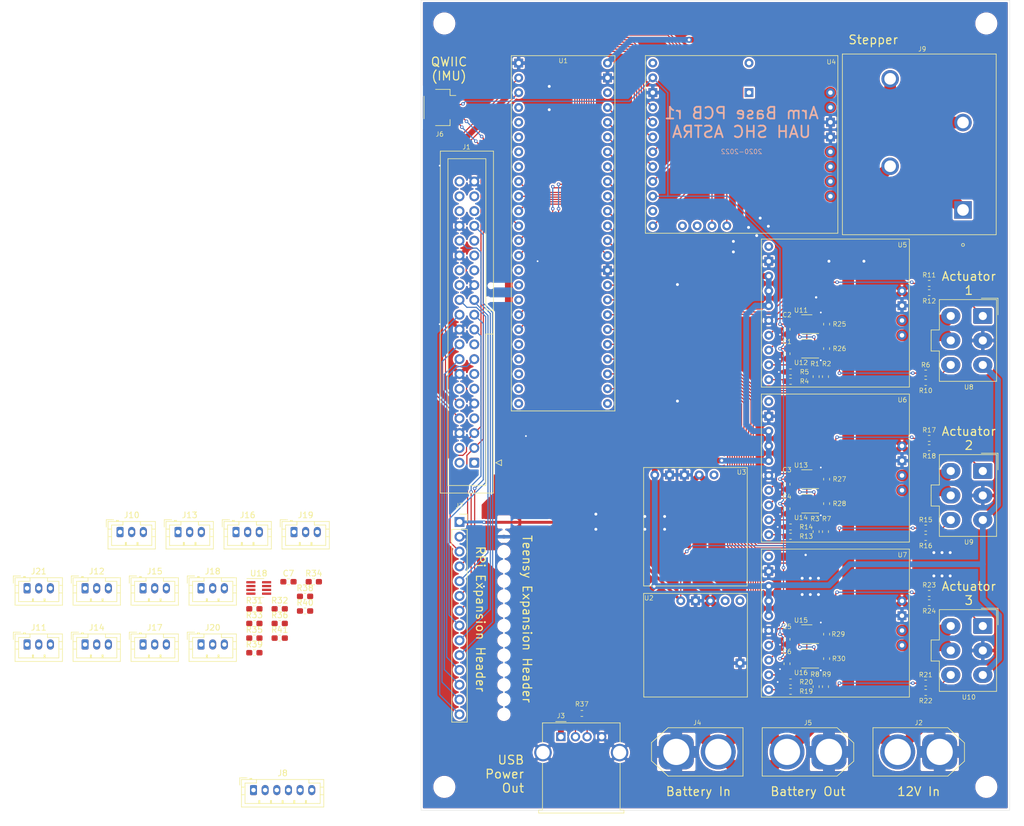
<source format=kicad_pcb>
(kicad_pcb (version 20171130) (host pcbnew "(5.1.6)-1")
  (layers (0 F.Cu signal) (31 B.Cu signal) (34 B.Paste user) (35 F.Paste user) (36 B.SilkS user) (37 F.SilkS user) (38 B.Mask user) (39 F.Mask user) (44 Edge.Cuts user))
  (net 0 "")
  (net 1 /RPi_SDA)
  (net 2 /RPi_SCL)
  (net 3 GND)
  (net 4 /RPi_GPI022)
  (net 5 /RPi_MOSI0)
  (net 6 /RPi_MISO0)
  (net 7 /RPi_SCLK0)
  (net 8 /RPi_GPIO13)
  (net 9 /RPi_TX)
  (net 10 /RPi_RX)
  (net 11 /RPi_GPIO23)
  (net 12 /RPi_GPIO24)
  (net 13 /RPi_GPIO25)
  (net 14 /RPi_CS0)
  (net 15 /RPi_GPIO12)
  (net 16 +12V)
  (net 17 +5V)
  (net 18 "Net-(J3-Pad2)")
  (net 19 "Net-(J3-Pad3)")
  (net 20 +BATT)
  (net 21 +3V3)
  (net 22 "Net-(J9-Pad1)")
  (net 23 "Net-(J9-Pad2)")
  (net 24 "Net-(J9-Pad3)")
  (net 25 "Net-(J9-Pad4)")
  (net 26 /M1_PWM1)
  (net 27 /M1_PWM2)
  (net 28 /M1_OCM)
  (net 29 /M1_OCM_3v)
  (net 30 /M1_DIAG_3v)
  (net 31 /M1_DIAG)
  (net 32 /M1_HALL1)
  (net 33 /M1_HALL1_3v)
  (net 34 /M1_HALL2_3v)
  (net 35 /M1_HALL2)
  (net 36 /M2_PWM1)
  (net 37 /M2_PWM2)
  (net 38 /M2_OCM_3v)
  (net 39 /M2_OCM)
  (net 40 /M2_DIAG)
  (net 41 /M2_DIAG_3v)
  (net 42 /M2_HALL1_3v)
  (net 43 /M2_HALL1)
  (net 44 /M2_HALL2_3v)
  (net 45 /M2_HALL2)
  (net 46 /M3_PWM1)
  (net 47 /M3_PWM2)
  (net 48 /M3_OCM_3v)
  (net 49 /M3_OCM)
  (net 50 /M3_DIAG)
  (net 51 /M3_DIAG_3v)
  (net 52 /M3_HALL1_3v)
  (net 53 /M3_HALL1)
  (net 54 /M3_HALL2)
  (net 55 /M3_HALL2_3v)
  (net 56 /Stepper_Step)
  (net 57 /Stepper_Dir)
  (net 58 /Stepper_Fault)
  (net 59 /Teensy_CS0)
  (net 60 /Teensy_MOSI0)
  (net 61 /Teensy_MISO0)
  (net 62 /Teensy_SCK0)
  (net 63 /Stepper_BEMF)
  (net 64 /Stepper_Stall)
  (net 65 "Net-(U5-Pad17)")
  (net 66 "Net-(U5-Pad18)")
  (net 67 "Net-(U6-Pad18)")
  (net 68 "Net-(U6-Pad17)")
  (net 69 "Net-(U10-Pad5)")
  (net 70 "Net-(U10-Pad4)")
  (net 71 /M3_DIR)
  (net 72 /M3_PWM)
  (net 73 /M2_PWM)
  (net 74 /M2_DIR)
  (net 75 /M1_DIR)
  (net 76 /M1_PWM)
  (net 77 /Encoder_CS)
  (net 78 /Hall_SW_2)
  (net 79 /Hall_SW_3)
  (net 80 /Hall_SW_4)
  (net 81 /Hall_SW_5)
  (net 82 /Hall_SW_6)
  (net 83 /Hall_SW_7)
  (net 84 /Hall_SW_8)
  (net 85 /Hall_SW_1)
  (net 86 /Hall_SW_9)
  (net 87 /Hall_SW_10)
  (net 88 /Hall_SW_11)
  (net 89 /Hall_SW_12)
  (net 90 "Net-(R31-Pad2)")
  (net 91 "Net-(R32-Pad2)")
  (net 92 "Net-(R33-Pad2)")
  (net 93 "Net-(R34-Pad2)")
  (module Connector_JST:JST_PH_B3B-PH-K_1x03_P2.00mm_Vertical (layer F.Cu) (at 114.4 109.92)
    (fp_text reference J21 (at 2 -2.9) (layer F.SilkS))
    (fp_text value "AH1815 Breakout")
    (pad 3 thru_hole oval (at 4 0) (size 1.2 1.75) (drill 0.75) (layers *.Cu *.Mask) (net 89 /Hall_SW_12))
    (pad 2 thru_hole oval (at 2 0) (size 1.2 1.75) (drill 0.75) (layers *.Cu *.Mask) (net 3 GND))
    (pad 1 thru_hole roundrect (at 0 0) (size 1.2 1.75) (drill 0.75) (layers *.Cu *.Mask) (roundrect_rratio 0.208333) (net 21 +3V3))
  )
  (module Connector_JST:JST_PH_B3B-PH-K_1x03_P2.00mm_Vertical (layer F.Cu) (at 144.25 119.57)
    (fp_text reference J20 (at 2 -2.9) (layer F.SilkS))
    (fp_text value "AH1815 Breakout")
    (pad 3 thru_hole oval (at 4 0) (size 1.2 1.75) (drill 0.75) (layers *.Cu *.Mask) (net 88 /Hall_SW_11))
    (pad 2 thru_hole oval (at 2 0) (size 1.2 1.75) (drill 0.75) (layers *.Cu *.Mask) (net 3 GND))
    (pad 1 thru_hole roundrect (at 0 0) (size 1.2 1.75) (drill 0.75) (layers *.Cu *.Mask) (roundrect_rratio 0.208333) (net 21 +3V3))
  )
  (module Connector_JST:JST_PH_B3B-PH-K_1x03_P2.00mm_Vertical (layer F.Cu) (at 160.2 100.27)
    (fp_text reference J19 (at 2 -2.9) (layer F.SilkS))
    (fp_text value "AH1815 Breakout")
    (pad 3 thru_hole oval (at 4 0) (size 1.2 1.75) (drill 0.75) (layers *.Cu *.Mask) (net 87 /Hall_SW_10))
    (pad 2 thru_hole oval (at 2 0) (size 1.2 1.75) (drill 0.75) (layers *.Cu *.Mask) (net 3 GND))
    (pad 1 thru_hole roundrect (at 0 0) (size 1.2 1.75) (drill 0.75) (layers *.Cu *.Mask) (roundrect_rratio 0.208333) (net 21 +3V3))
  )
  (module Connector_JST:JST_PH_B3B-PH-K_1x03_P2.00mm_Vertical (layer F.Cu) (at 144.25 109.92)
    (fp_text reference J18 (at 2 -2.9) (layer F.SilkS))
    (fp_text value "AH1815 Breakout")
    (pad 3 thru_hole oval (at 4 0) (size 1.2 1.75) (drill 0.75) (layers *.Cu *.Mask) (net 86 /Hall_SW_9))
    (pad 2 thru_hole oval (at 2 0) (size 1.2 1.75) (drill 0.75) (layers *.Cu *.Mask) (net 3 GND))
    (pad 1 thru_hole roundrect (at 0 0) (size 1.2 1.75) (drill 0.75) (layers *.Cu *.Mask) (roundrect_rratio 0.208333) (net 21 +3V3))
  )
  (module Connector_JST:JST_PH_B3B-PH-K_1x03_P2.00mm_Vertical (layer F.Cu) (at 134.3 119.57)
    (fp_text reference J17 (at 2 -2.9) (layer F.SilkS))
    (fp_text value "AH1815 Breakout")
    (pad 3 thru_hole oval (at 4 0) (size 1.2 1.75) (drill 0.75) (layers *.Cu *.Mask) (net 85 /Hall_SW_1))
    (pad 2 thru_hole oval (at 2 0) (size 1.2 1.75) (drill 0.75) (layers *.Cu *.Mask) (net 3 GND))
    (pad 1 thru_hole roundrect (at 0 0) (size 1.2 1.75) (drill 0.75) (layers *.Cu *.Mask) (roundrect_rratio 0.208333) (net 21 +3V3))
  )
  (module Connector_JST:JST_PH_B3B-PH-K_1x03_P2.00mm_Vertical (layer F.Cu) (at 150.25 100.27)
    (fp_text reference J16 (at 2 -2.9) (layer F.SilkS))
    (fp_text value "AH1815 Breakout")
    (pad 3 thru_hole oval (at 4 0) (size 1.2 1.75) (drill 0.75) (layers *.Cu *.Mask) (net 84 /Hall_SW_8))
    (pad 2 thru_hole oval (at 2 0) (size 1.2 1.75) (drill 0.75) (layers *.Cu *.Mask) (net 3 GND))
    (pad 1 thru_hole roundrect (at 0 0) (size 1.2 1.75) (drill 0.75) (layers *.Cu *.Mask) (roundrect_rratio 0.208333) (net 21 +3V3))
  )
  (module Connector_JST:JST_PH_B3B-PH-K_1x03_P2.00mm_Vertical (layer F.Cu) (at 134.3 109.92)
    (fp_text reference J15 (at 2 -2.9) (layer F.SilkS))
    (fp_text value "AH1815 Breakout")
    (pad 3 thru_hole oval (at 4 0) (size 1.2 1.75) (drill 0.75) (layers *.Cu *.Mask) (net 83 /Hall_SW_7))
    (pad 2 thru_hole oval (at 2 0) (size 1.2 1.75) (drill 0.75) (layers *.Cu *.Mask) (net 3 GND))
    (pad 1 thru_hole roundrect (at 0 0) (size 1.2 1.75) (drill 0.75) (layers *.Cu *.Mask) (roundrect_rratio 0.208333) (net 21 +3V3))
  )
  (module Connector_JST:JST_PH_B3B-PH-K_1x03_P2.00mm_Vertical (layer F.Cu) (at 124.35 119.57)
    (fp_text reference J14 (at 2 -2.9) (layer F.SilkS))
    (fp_text value "AH1815 Breakout")
    (pad 3 thru_hole oval (at 4 0) (size 1.2 1.75) (drill 0.75) (layers *.Cu *.Mask) (net 82 /Hall_SW_6))
    (pad 2 thru_hole oval (at 2 0) (size 1.2 1.75) (drill 0.75) (layers *.Cu *.Mask) (net 3 GND))
    (pad 1 thru_hole roundrect (at 0 0) (size 1.2 1.75) (drill 0.75) (layers *.Cu *.Mask) (roundrect_rratio 0.208333) (net 21 +3V3))
  )
  (module Connector_JST:JST_PH_B3B-PH-K_1x03_P2.00mm_Vertical (layer F.Cu) (at 140.3 100.27)
    (fp_text reference J13 (at 2 -2.9) (layer F.SilkS))
    (fp_text value "AH1815 Breakout")
    (pad 3 thru_hole oval (at 4 0) (size 1.2 1.75) (drill 0.75) (layers *.Cu *.Mask) (net 81 /Hall_SW_5))
    (pad 2 thru_hole oval (at 2 0) (size 1.2 1.75) (drill 0.75) (layers *.Cu *.Mask) (net 3 GND))
    (pad 1 thru_hole roundrect (at 0 0) (size 1.2 1.75) (drill 0.75) (layers *.Cu *.Mask) (roundrect_rratio 0.208333) (net 21 +3V3))
  )
  (module Connector_JST:JST_PH_B3B-PH-K_1x03_P2.00mm_Vertical (layer F.Cu) (at 124.35 109.92)
    (fp_text reference J12 (at 2 -2.9) (layer F.SilkS))
    (fp_text value "AH1815 Breakout")
    (pad 3 thru_hole oval (at 4 0) (size 1.2 1.75) (drill 0.75) (layers *.Cu *.Mask) (net 80 /Hall_SW_4))
    (pad 2 thru_hole oval (at 2 0) (size 1.2 1.75) (drill 0.75) (layers *.Cu *.Mask) (net 3 GND))
    (pad 1 thru_hole roundrect (at 0 0) (size 1.2 1.75) (drill 0.75) (layers *.Cu *.Mask) (roundrect_rratio 0.208333) (net 21 +3V3))
  )
  (module Connector_JST:JST_PH_B3B-PH-K_1x03_P2.00mm_Vertical (layer F.Cu) (at 114.4 119.57)
    (fp_text reference J11 (at 2 -2.9) (layer F.SilkS))
    (fp_text value "AH1815 Breakout")
    (pad 3 thru_hole oval (at 4 0) (size 1.2 1.75) (drill 0.75) (layers *.Cu *.Mask) (net 79 /Hall_SW_3))
    (pad 2 thru_hole oval (at 2 0) (size 1.2 1.75) (drill 0.75) (layers *.Cu *.Mask) (net 3 GND))
    (pad 1 thru_hole roundrect (at 0 0) (size 1.2 1.75) (drill 0.75) (layers *.Cu *.Mask) (roundrect_rratio 0.208333) (net 21 +3V3))
  )
  (module Connector_JST:JST_PH_B3B-PH-K_1x03_P2.00mm_Vertical (layer F.Cu) (at 130.35 100.27)
    (fp_text reference J10 (at 2 -2.9) (layer F.SilkS))
    (fp_text value "AH1815 Breakout")
    (pad 3 thru_hole oval (at 4 0) (size 1.2 1.75) (drill 0.75) (layers *.Cu *.Mask) (net 78 /Hall_SW_2))
    (pad 2 thru_hole oval (at 2 0) (size 1.2 1.75) (drill 0.75) (layers *.Cu *.Mask) (net 3 GND))
    (pad 1 thru_hole roundrect (at 0 0) (size 1.2 1.75) (drill 0.75) (layers *.Cu *.Mask) (roundrect_rratio 0.208333) (net 21 +3V3))
  )
  (module Connector_JST:JST_PH_B6B-PH-K_1x06_P2.00mm_Vertical (layer F.Cu) (at 153.25 144.55)
    (fp_text reference J8 (at 5 -2.9) (layer F.SilkS))
    (fp_text value "Encoder Breakout")
    (pad 6 thru_hole oval (at 10 0) (size 1.2 1.75) (drill 0.75) (layers *.Cu *.Mask) (net 77 /Encoder_CS))
    (pad 5 thru_hole oval (at 8 0) (size 1.2 1.75) (drill 0.75) (layers *.Cu *.Mask) (net 62 /Teensy_SCK0))
    (pad 4 thru_hole oval (at 6 0) (size 1.2 1.75) (drill 0.75) (layers *.Cu *.Mask) (net 61 /Teensy_MISO0))
    (pad 3 thru_hole oval (at 4 0) (size 1.2 1.75) (drill 0.75) (layers *.Cu *.Mask) (net 60 /Teensy_MOSI0))
    (pad 2 thru_hole oval (at 2 0) (size 1.2 1.75) (drill 0.75) (layers *.Cu *.Mask) (net 3 GND))
    (pad 1 thru_hole roundrect (at 0 0) (size 1.2 1.75) (drill 0.75) (layers *.Cu *.Mask) (roundrect_rratio 0.208333) (net 21 +3V3))
  )
  (module Package_TO_SOT_SMD:SOT-23-8_Handsoldering (layer F.Cu) (at 154.15 109.87)
    (fp_text reference U18 (at 0 -2.5) (layer F.SilkS))
    (fp_text value MAX11601)
    (pad 8 smd rect (at 1.35 -0.98) (size 1.56 0.4) (layers F.Cu F.Paste F.Mask) (net 21 +3V3))
    (pad 7 smd rect (at 1.35 -0.33) (size 1.56 0.4) (layers F.Cu F.Paste F.Mask) (net 3 GND))
    (pad 6 smd rect (at 1.35 0.33) (size 1.56 0.4) (layers F.Cu F.Paste F.Mask) (net 1 /RPi_SDA))
    (pad 5 smd rect (at 1.35 0.98) (size 1.56 0.4) (layers F.Cu F.Paste F.Mask) (net 2 /RPi_SCL))
    (pad 4 smd rect (at -1.35 0.98) (size 1.56 0.4) (layers F.Cu F.Paste F.Mask) (net 93 "Net-(R34-Pad2)"))
    (pad 3 smd rect (at -1.35 0.33) (size 1.56 0.4) (layers F.Cu F.Paste F.Mask) (net 92 "Net-(R33-Pad2)"))
    (pad 2 smd rect (at -1.35 -0.33) (size 1.56 0.4) (layers F.Cu F.Paste F.Mask) (net 91 "Net-(R32-Pad2)"))
    (pad 1 smd rect (at -1.35 -0.98) (size 1.56 0.4) (layers F.Cu F.Paste F.Mask) (net 90 "Net-(R31-Pad2)"))
  )
  (module Resistor_SMD:R_0603_1608Metric_Pad1.05x0.95mm_HandSolder (layer F.Cu) (at 157.75 118.47)
    (fp_text reference R41 (at 0 -1.43) (layer F.SilkS))
    (fp_text value 100k)
    (pad 2 smd roundrect (at 0.875 0) (size 1.05 0.95) (layers F.Cu F.Paste F.Mask) (net 21 +3V3))
    (pad 1 smd roundrect (at -0.875 0) (size 1.05 0.95) (layers F.Cu F.Paste F.Mask) (net 2 /RPi_SCL))
  )
  (module Resistor_SMD:R_0603_1608Metric_Pad1.05x0.95mm_HandSolder (layer F.Cu) (at 162.1 113.82)
    (fp_text reference R40 (at 0 -1.43) (layer F.SilkS))
    (fp_text value 100k)
    (pad 2 smd roundrect (at 0.875 0) (size 1.05 0.95) (layers F.Cu F.Paste F.Mask) (net 21 +3V3))
    (pad 1 smd roundrect (at -0.875 0) (size 1.05 0.95) (layers F.Cu F.Paste F.Mask) (net 1 /RPi_SDA))
  )
  (module Resistor_SMD:R_0603_1608Metric_Pad1.05x0.95mm_HandSolder (layer F.Cu) (at 153.4 120.98)
    (fp_text reference R39 (at 0 -1.43) (layer F.SilkS))
    (fp_text value 10k)
    (pad 2 smd roundrect (at 0.875 0) (size 1.05 0.95) (layers F.Cu F.Paste F.Mask) (net 3 GND))
    (pad 1 smd roundrect (at -0.875 0) (size 1.05 0.95) (layers F.Cu F.Paste F.Mask) (net 93 "Net-(R34-Pad2)"))
  )
  (module Resistor_SMD:R_0603_1608Metric_Pad1.05x0.95mm_HandSolder (layer F.Cu) (at 162.1 111.31)
    (fp_text reference R38 (at 0 -1.43) (layer F.SilkS))
    (fp_text value 10k)
    (pad 2 smd roundrect (at 0.875 0) (size 1.05 0.95) (layers F.Cu F.Paste F.Mask) (net 3 GND))
    (pad 1 smd roundrect (at -0.875 0) (size 1.05 0.95) (layers F.Cu F.Paste F.Mask) (net 92 "Net-(R33-Pad2)"))
  )
  (module Resistor_SMD:R_0603_1608Metric_Pad1.05x0.95mm_HandSolder (layer F.Cu) (at 157.75 115.96)
    (fp_text reference R36 (at 0 -1.43) (layer F.SilkS))
    (fp_text value 10k)
    (pad 2 smd roundrect (at 0.875 0) (size 1.05 0.95) (layers F.Cu F.Paste F.Mask) (net 3 GND))
    (pad 1 smd roundrect (at -0.875 0) (size 1.05 0.95) (layers F.Cu F.Paste F.Mask) (net 91 "Net-(R32-Pad2)"))
  )
  (module Resistor_SMD:R_0603_1608Metric_Pad1.05x0.95mm_HandSolder (layer F.Cu) (at 153.4 118.47)
    (fp_text reference R35 (at 0 -1.43) (layer F.SilkS))
    (fp_text value 10k)
    (pad 2 smd roundrect (at 0.875 0) (size 1.05 0.95) (layers F.Cu F.Paste F.Mask) (net 3 GND))
    (pad 1 smd roundrect (at -0.875 0) (size 1.05 0.95) (layers F.Cu F.Paste F.Mask) (net 90 "Net-(R31-Pad2)"))
  )
  (module Resistor_SMD:R_0603_1608Metric_Pad1.05x0.95mm_HandSolder (layer F.Cu) (at 163.6 108.8)
    (fp_text reference R34 (at 0 -1.43) (layer F.SilkS))
    (fp_text value 20k)
    (pad 2 smd roundrect (at 0.875 0) (size 1.05 0.95) (layers F.Cu F.Paste F.Mask) (net 93 "Net-(R34-Pad2)"))
    (pad 1 smd roundrect (at -0.875 0) (size 1.05 0.95) (layers F.Cu F.Paste F.Mask) (net 21 +3V3))
  )
  (module Resistor_SMD:R_0603_1608Metric_Pad1.05x0.95mm_HandSolder (layer F.Cu) (at 153.4 115.96)
    (fp_text reference R33 (at 0 -1.43) (layer F.SilkS))
    (fp_text value 20k)
    (pad 2 smd roundrect (at 0.875 0) (size 1.05 0.95) (layers F.Cu F.Paste F.Mask) (net 92 "Net-(R33-Pad2)"))
    (pad 1 smd roundrect (at -0.875 0) (size 1.05 0.95) (layers F.Cu F.Paste F.Mask) (net 17 +5V))
  )
  (module Resistor_SMD:R_0603_1608Metric_Pad1.05x0.95mm_HandSolder (layer F.Cu) (at 157.75 113.45)
    (fp_text reference R32 (at 0 -1.43) (layer F.SilkS))
    (fp_text value 62k)
    (pad 2 smd roundrect (at 0.875 0) (size 1.05 0.95) (layers F.Cu F.Paste F.Mask) (net 91 "Net-(R32-Pad2)"))
    (pad 1 smd roundrect (at -0.875 0) (size 1.05 0.95) (layers F.Cu F.Paste F.Mask) (net 16 +12V))
  )
  (module Resistor_SMD:R_0603_1608Metric_Pad1.05x0.95mm_HandSolder (layer F.Cu) (at 153.4 113.45)
    (fp_text reference R31 (at 0 -1.43) (layer F.SilkS))
    (fp_text value 230k)
    (pad 2 smd roundrect (at 0.875 0) (size 1.05 0.95) (layers F.Cu F.Paste F.Mask) (net 90 "Net-(R31-Pad2)"))
    (pad 1 smd roundrect (at -0.875 0) (size 1.05 0.95) (layers F.Cu F.Paste F.Mask) (net 20 +BATT))
  )
  (module Capacitor_SMD:C_0603_1608Metric_Pad1.05x0.95mm_HandSolder (layer F.Cu) (at 159.25 108.8)
    (fp_text reference C7 (at 0 -1.43) (layer F.SilkS))
    (fp_text value 0.1u)
    (pad 2 smd roundrect (at 0.875 0) (size 1.05 0.95) (layers F.Cu F.Paste F.Mask) (net 21 +3V3))
    (pad 1 smd roundrect (at -0.875 0) (size 1.05 0.95) (layers F.Cu F.Paste F.Mask) (net 3 GND))
  )
  (module ArmElectronics_Footprints:TB9051FTG (layer F.Cu) (at 240.4 75.4)
    (fp_text reference U5 (at 24.2 -24.4) (layer F.SilkS) (effects (font (size 0.8 0.8) (thickness 0.1))))
    (fp_text value TB9051FTG)
    (pad 18 thru_hole circle (at 24.13 -8.89) (size 1.524 1.524) (drill 0.762) (layers *.Cu *.Mask) (net 66 "Net-(U5-Pad18)"))
    (pad 17 thru_hole circle (at 24.13 -11.43) (size 1.524 1.524) (drill 0.762) (layers *.Cu *.Mask) (net 65 "Net-(U5-Pad17)"))
    (pad 16 thru_hole rect (at 24.13 -13.97) (size 1.524 1.524) (drill 0.762) (layers *.Cu *.Mask) (net 3 GND))
    (pad 15 thru_hole circle (at 24.13 -16.51) (size 1.524 1.524) (drill 0.762) (layers *.Cu *.Mask) (net 16 +12V))
    (pad 10 thru_hole circle (at 1.27 -1.27) (size 1.524 1.524) (drill 0.762) (layers *.Cu *.Mask) (net 31 /M1_DIAG))
    (pad 9 thru_hole circle (at 1.27 -3.81) (size 1.524 1.524) (drill 0.762) (layers *.Cu *.Mask) (net 28 /M1_OCM))
    (pad 8 thru_hole circle (at 1.27 -6.35) (size 1.524 1.524) (drill 0.762) (layers *.Cu *.Mask) (net 27 /M1_PWM2))
    (pad 7 thru_hole circle (at 1.27 -8.89) (size 1.524 1.524) (drill 0.762) (layers *.Cu *.Mask) (net 26 /M1_PWM1))
    (pad 6 thru_hole circle (at 1.27 -11.43) (size 1.524 1.524) (drill 0.762) (layers *.Cu *.Mask) (net 3 GND))
    (pad 5 thru_hole circle (at 1.27 -13.97) (size 1.524 1.524) (drill 0.762) (layers *.Cu *.Mask) (net 17 +5V))
    (pad 4 thru_hole circle (at 1.27 -16.51) (size 1.524 1.524) (drill 0.762) (layers *.Cu *.Mask) (net 17 +5V))
    (pad 3 thru_hole circle (at 1.27 -19.05) (size 1.524 1.524) (drill 0.762) (layers *.Cu *.Mask) (net 17 +5V))
    (pad 2 thru_hole rect (at 1.27 -21.59) (size 1.524 1.524) (drill 0.762) (layers *.Cu *.Mask) (net 3 GND))
    (pad 1 thru_hole circle (at 1.27 -24.13) (size 1.524 1.524) (drill 0.762) (layers *.Cu *.Mask))
  )
  (module ArmElectronics_Footprints:TB9051FTG (layer F.Cu) (at 240.4 102)
    (fp_text reference U6 (at 24.2 -24.4) (layer F.SilkS) (effects (font (size 0.8 0.8) (thickness 0.1))))
    (fp_text value TB9051FTG)
    (pad 18 thru_hole circle (at 24.13 -8.89) (size 1.524 1.524) (drill 0.762) (layers *.Cu *.Mask) (net 67 "Net-(U6-Pad18)"))
    (pad 17 thru_hole circle (at 24.13 -11.43) (size 1.524 1.524) (drill 0.762) (layers *.Cu *.Mask) (net 68 "Net-(U6-Pad17)"))
    (pad 16 thru_hole rect (at 24.13 -13.97) (size 1.524 1.524) (drill 0.762) (layers *.Cu *.Mask) (net 3 GND))
    (pad 15 thru_hole circle (at 24.13 -16.51) (size 1.524 1.524) (drill 0.762) (layers *.Cu *.Mask) (net 16 +12V))
    (pad 10 thru_hole circle (at 1.27 -1.27) (size 1.524 1.524) (drill 0.762) (layers *.Cu *.Mask) (net 40 /M2_DIAG))
    (pad 9 thru_hole circle (at 1.27 -3.81) (size 1.524 1.524) (drill 0.762) (layers *.Cu *.Mask) (net 39 /M2_OCM))
    (pad 8 thru_hole circle (at 1.27 -6.35) (size 1.524 1.524) (drill 0.762) (layers *.Cu *.Mask) (net 37 /M2_PWM2))
    (pad 7 thru_hole circle (at 1.27 -8.89) (size 1.524 1.524) (drill 0.762) (layers *.Cu *.Mask) (net 36 /M2_PWM1))
    (pad 6 thru_hole circle (at 1.27 -11.43) (size 1.524 1.524) (drill 0.762) (layers *.Cu *.Mask) (net 3 GND))
    (pad 5 thru_hole circle (at 1.27 -13.97) (size 1.524 1.524) (drill 0.762) (layers *.Cu *.Mask) (net 17 +5V))
    (pad 4 thru_hole circle (at 1.27 -16.51) (size 1.524 1.524) (drill 0.762) (layers *.Cu *.Mask) (net 17 +5V))
    (pad 3 thru_hole circle (at 1.27 -19.05) (size 1.524 1.524) (drill 0.762) (layers *.Cu *.Mask) (net 17 +5V))
    (pad 2 thru_hole rect (at 1.27 -21.59) (size 1.524 1.524) (drill 0.762) (layers *.Cu *.Mask) (net 3 GND))
    (pad 1 thru_hole circle (at 1.27 -24.13) (size 1.524 1.524) (drill 0.762) (layers *.Cu *.Mask))
  )
  (module ArmElectronics_Footprints:TB9051FTG (layer F.Cu) (at 240.4 128.6)
    (fp_text reference U7 (at 24.2 -24.4) (layer F.SilkS) (effects (font (size 0.8 0.8) (thickness 0.1))))
    (fp_text value TB9051FTG)
    (pad 18 thru_hole circle (at 24.13 -8.89) (size 1.524 1.524) (drill 0.762) (layers *.Cu *.Mask) (net 69 "Net-(U10-Pad5)"))
    (pad 17 thru_hole circle (at 24.13 -11.43) (size 1.524 1.524) (drill 0.762) (layers *.Cu *.Mask) (net 70 "Net-(U10-Pad4)"))
    (pad 16 thru_hole rect (at 24.13 -13.97) (size 1.524 1.524) (drill 0.762) (layers *.Cu *.Mask) (net 3 GND))
    (pad 15 thru_hole circle (at 24.13 -16.51) (size 1.524 1.524) (drill 0.762) (layers *.Cu *.Mask) (net 16 +12V))
    (pad 10 thru_hole circle (at 1.27 -1.27) (size 1.524 1.524) (drill 0.762) (layers *.Cu *.Mask) (net 50 /M3_DIAG))
    (pad 9 thru_hole circle (at 1.27 -3.81) (size 1.524 1.524) (drill 0.762) (layers *.Cu *.Mask) (net 49 /M3_OCM))
    (pad 8 thru_hole circle (at 1.27 -6.35) (size 1.524 1.524) (drill 0.762) (layers *.Cu *.Mask) (net 47 /M3_PWM2))
    (pad 7 thru_hole circle (at 1.27 -8.89) (size 1.524 1.524) (drill 0.762) (layers *.Cu *.Mask) (net 46 /M3_PWM1))
    (pad 6 thru_hole circle (at 1.27 -11.43) (size 1.524 1.524) (drill 0.762) (layers *.Cu *.Mask) (net 3 GND))
    (pad 5 thru_hole circle (at 1.27 -13.97) (size 1.524 1.524) (drill 0.762) (layers *.Cu *.Mask) (net 17 +5V))
    (pad 4 thru_hole circle (at 1.27 -16.51) (size 1.524 1.524) (drill 0.762) (layers *.Cu *.Mask) (net 17 +5V))
    (pad 3 thru_hole circle (at 1.27 -19.05) (size 1.524 1.524) (drill 0.762) (layers *.Cu *.Mask) (net 17 +5V))
    (pad 2 thru_hole rect (at 1.27 -21.59) (size 1.524 1.524) (drill 0.762) (layers *.Cu *.Mask) (net 3 GND))
    (pad 1 thru_hole circle (at 1.27 -24.13) (size 1.524 1.524) (drill 0.762) (layers *.Cu *.Mask))
  )
  (module Resistor_SMD:R_0603_1608Metric_Pad1.05x0.95mm_HandSolder (layer F.Cu) (at 251.6 122 90)
    (fp_text reference R30 (at 0 2.1 180) (layer F.SilkS) (effects (font (size 0.8 0.8) (thickness 0.1))))
    (fp_text value 100k)
    (pad 2 smd roundrect (at 0.875 0 90) (size 1.05 0.95) (layers F.Cu F.Paste F.Mask) (net 71 /M3_DIR))
    (pad 1 smd roundrect (at -0.875 0 90) (size 1.05 0.95) (layers F.Cu F.Paste F.Mask) (net 3 GND))
  )
  (module Resistor_SMD:R_0603_1608Metric_Pad1.05x0.95mm_HandSolder (layer F.Cu) (at 251.6 117.8 270)
    (fp_text reference R29 (at 0 -2 180) (layer F.SilkS) (effects (font (size 0.8 0.8) (thickness 0.1))))
    (fp_text value 100k)
    (pad 2 smd roundrect (at 0.875 0 270) (size 1.05 0.95) (layers F.Cu F.Paste F.Mask) (net 72 /M3_PWM))
    (pad 1 smd roundrect (at -0.875 0 270) (size 1.05 0.95) (layers F.Cu F.Paste F.Mask) (net 3 GND))
  )
  (module Resistor_SMD:R_0603_1608Metric_Pad1.05x0.95mm_HandSolder (layer F.Cu) (at 251.6 95.4 90)
    (fp_text reference R28 (at 0 2.2 180) (layer F.SilkS) (effects (font (size 0.8 0.8) (thickness 0.1))))
    (fp_text value 100k)
    (pad 2 smd roundrect (at 0.875 0 90) (size 1.05 0.95) (layers F.Cu F.Paste F.Mask) (net 74 /M2_DIR))
    (pad 1 smd roundrect (at -0.875 0 90) (size 1.05 0.95) (layers F.Cu F.Paste F.Mask) (net 3 GND))
  )
  (module Resistor_SMD:R_0603_1608Metric_Pad1.05x0.95mm_HandSolder (layer F.Cu) (at 251.6 91.2 270)
    (fp_text reference R27 (at 0 -2.2 180) (layer F.SilkS) (effects (font (size 0.8 0.8) (thickness 0.1))))
    (fp_text value 100k)
    (pad 2 smd roundrect (at 0.875 0 270) (size 1.05 0.95) (layers F.Cu F.Paste F.Mask) (net 73 /M2_PWM))
    (pad 1 smd roundrect (at -0.875 0 270) (size 1.05 0.95) (layers F.Cu F.Paste F.Mask) (net 3 GND))
  )
  (module Resistor_SMD:R_0603_1608Metric_Pad1.05x0.95mm_HandSolder (layer F.Cu) (at 251.6 68.8 90)
    (fp_text reference R26 (at 0 2.2 180) (layer F.SilkS) (effects (font (size 0.8 0.8) (thickness 0.1))))
    (fp_text value 100k)
    (pad 2 smd roundrect (at 0.875 0 90) (size 1.05 0.95) (layers F.Cu F.Paste F.Mask) (net 75 /M1_DIR))
    (pad 1 smd roundrect (at -0.875 0 90) (size 1.05 0.95) (layers F.Cu F.Paste F.Mask) (net 3 GND))
  )
  (module Resistor_SMD:R_0603_1608Metric_Pad1.05x0.95mm_HandSolder (layer F.Cu) (at 251.6 64.6 270)
    (fp_text reference R25 (at 0 -2.2 180) (layer F.SilkS) (effects (font (size 0.8 0.8) (thickness 0.1))))
    (fp_text value 100k)
    (pad 2 smd roundrect (at 0.875 0 270) (size 1.05 0.95) (layers F.Cu F.Paste F.Mask) (net 76 /M1_PWM))
    (pad 1 smd roundrect (at -0.875 0 270) (size 1.05 0.95) (layers F.Cu F.Paste F.Mask) (net 3 GND))
  )
  (module Capacitor_SMD:C_0603_1608Metric_Pad1.05x0.95mm_HandSolder (layer F.Cu) (at 244.8 122.875 90)
    (fp_text reference C6 (at 2.075 0 180) (layer F.SilkS) (effects (font (size 0.8 0.8) (thickness 0.1))))
    (fp_text value 0.1u)
    (pad 2 smd roundrect (at 0.875 0 90) (size 1.05 0.95) (layers F.Cu F.Paste F.Mask) (net 21 +3V3))
    (pad 1 smd roundrect (at -0.875 0 90) (size 1.05 0.95) (layers F.Cu F.Paste F.Mask) (net 3 GND))
  )
  (module Capacitor_SMD:C_0603_1608Metric_Pad1.05x0.95mm_HandSolder (layer F.Cu) (at 244.8 118.675 90)
    (fp_text reference C5 (at 2.175 0 180) (layer F.SilkS) (effects (font (size 0.8 0.8) (thickness 0.1))))
    (fp_text value 0.1u)
    (pad 2 smd roundrect (at 0.875 0 90) (size 1.05 0.95) (layers F.Cu F.Paste F.Mask) (net 21 +3V3))
    (pad 1 smd roundrect (at -0.875 0 90) (size 1.05 0.95) (layers F.Cu F.Paste F.Mask) (net 3 GND))
  )
  (module Capacitor_SMD:C_0603_1608Metric_Pad1.05x0.95mm_HandSolder (layer F.Cu) (at 244.8 96.275 90)
    (fp_text reference C4 (at 2.075 0 180) (layer F.SilkS) (effects (font (size 0.8 0.8) (thickness 0.1))))
    (fp_text value 0.1u)
    (pad 2 smd roundrect (at 0.875 0 90) (size 1.05 0.95) (layers F.Cu F.Paste F.Mask) (net 21 +3V3))
    (pad 1 smd roundrect (at -0.875 0 90) (size 1.05 0.95) (layers F.Cu F.Paste F.Mask) (net 3 GND))
  )
  (module Capacitor_SMD:C_0603_1608Metric_Pad1.05x0.95mm_HandSolder (layer F.Cu) (at 244.8 92.075 90)
    (fp_text reference C3 (at 2.475 0 180) (layer F.SilkS) (effects (font (size 0.8 0.8) (thickness 0.1))))
    (fp_text value 0.1u)
    (pad 2 smd roundrect (at 0.875 0 90) (size 1.05 0.95) (layers F.Cu F.Paste F.Mask) (net 21 +3V3))
    (pad 1 smd roundrect (at -0.875 0 90) (size 1.05 0.95) (layers F.Cu F.Paste F.Mask) (net 3 GND))
  )
  (module Capacitor_SMD:C_0603_1608Metric_Pad1.05x0.95mm_HandSolder (layer F.Cu) (at 244.8 65.475 90)
    (fp_text reference C2 (at 2.475 0 180) (layer F.SilkS) (effects (font (size 0.8 0.8) (thickness 0.1))))
    (fp_text value 0.1u)
    (pad 2 smd roundrect (at 0.875 0 90) (size 1.05 0.95) (layers F.Cu F.Paste F.Mask) (net 21 +3V3))
    (pad 1 smd roundrect (at -0.875 0 90) (size 1.05 0.95) (layers F.Cu F.Paste F.Mask) (net 3 GND))
  )
  (module Capacitor_SMD:C_0603_1608Metric_Pad1.05x0.95mm_HandSolder (layer F.Cu) (at 244.8 69.675 90)
    (fp_text reference C1 (at 2.075 0 180) (layer F.SilkS) (effects (font (size 0.8 0.8) (thickness 0.1))))
    (fp_text value 0.1u)
    (pad 2 smd roundrect (at 0.875 0 90) (size 1.05 0.95) (layers F.Cu F.Paste F.Mask) (net 21 +3V3))
    (pad 1 smd roundrect (at -0.875 0 90) (size 1.05 0.95) (layers F.Cu F.Paste F.Mask) (net 3 GND))
  )
  (module Package_TO_SOT_SMD:SOT-23-6_Handsoldering (layer F.Cu) (at 248.2 122 180)
    (fp_text reference U16 (at 1 -2.4) (layer F.SilkS) (effects (font (size 0.8 0.8) (thickness 0.1))))
    (fp_text value 74LVC1G97)
    (pad 5 smd rect (at 1.35 0 180) (size 1.56 0.65) (layers F.Cu F.Paste F.Mask) (net 21 +3V3))
    (pad 6 smd rect (at 1.35 -0.95 180) (size 1.56 0.65) (layers F.Cu F.Paste F.Mask) (net 72 /M3_PWM))
    (pad 4 smd rect (at 1.35 0.95 180) (size 1.56 0.65) (layers F.Cu F.Paste F.Mask) (net 47 /M3_PWM2))
    (pad 3 smd rect (at -1.35 0.95 180) (size 1.56 0.65) (layers F.Cu F.Paste F.Mask) (net 71 /M3_DIR))
    (pad 2 smd rect (at -1.35 0 180) (size 1.56 0.65) (layers F.Cu F.Paste F.Mask) (net 3 GND))
    (pad 1 smd rect (at -1.35 -0.95 180) (size 1.56 0.65) (layers F.Cu F.Paste F.Mask) (net 3 GND))
  )
  (module Package_TO_SOT_SMD:SOT-23-6_Handsoldering (layer F.Cu) (at 248.2 117.8 180)
    (fp_text reference U15 (at 1 2.4) (layer F.SilkS) (effects (font (size 0.8 0.8) (thickness 0.1))))
    (fp_text value 74LVC1G97)
    (pad 5 smd rect (at 1.35 0 180) (size 1.56 0.65) (layers F.Cu F.Paste F.Mask) (net 21 +3V3))
    (pad 6 smd rect (at 1.35 -0.95 180) (size 1.56 0.65) (layers F.Cu F.Paste F.Mask) (net 71 /M3_DIR))
    (pad 4 smd rect (at 1.35 0.95 180) (size 1.56 0.65) (layers F.Cu F.Paste F.Mask) (net 46 /M3_PWM1))
    (pad 3 smd rect (at -1.35 0.95 180) (size 1.56 0.65) (layers F.Cu F.Paste F.Mask) (net 3 GND))
    (pad 2 smd rect (at -1.35 0 180) (size 1.56 0.65) (layers F.Cu F.Paste F.Mask) (net 3 GND))
    (pad 1 smd rect (at -1.35 -0.95 180) (size 1.56 0.65) (layers F.Cu F.Paste F.Mask) (net 72 /M3_PWM))
  )
  (module Package_TO_SOT_SMD:SOT-23-6_Handsoldering (layer F.Cu) (at 248.2 95.4 180)
    (fp_text reference U14 (at 1 -2.4) (layer F.SilkS) (effects (font (size 0.8 0.8) (thickness 0.1))))
    (fp_text value 74LVC1G97)
    (pad 5 smd rect (at 1.35 0 180) (size 1.56 0.65) (layers F.Cu F.Paste F.Mask) (net 21 +3V3))
    (pad 6 smd rect (at 1.35 -0.95 180) (size 1.56 0.65) (layers F.Cu F.Paste F.Mask) (net 73 /M2_PWM))
    (pad 4 smd rect (at 1.35 0.95 180) (size 1.56 0.65) (layers F.Cu F.Paste F.Mask) (net 37 /M2_PWM2))
    (pad 3 smd rect (at -1.35 0.95 180) (size 1.56 0.65) (layers F.Cu F.Paste F.Mask) (net 74 /M2_DIR))
    (pad 2 smd rect (at -1.35 0 180) (size 1.56 0.65) (layers F.Cu F.Paste F.Mask) (net 3 GND))
    (pad 1 smd rect (at -1.35 -0.95 180) (size 1.56 0.65) (layers F.Cu F.Paste F.Mask) (net 3 GND))
  )
  (module Package_TO_SOT_SMD:SOT-23-6_Handsoldering (layer F.Cu) (at 248.2 91.2 180)
    (fp_text reference U13 (at 1 2.4) (layer F.SilkS) (effects (font (size 0.8 0.8) (thickness 0.1))))
    (fp_text value 74LVC1G97)
    (pad 5 smd rect (at 1.35 0 180) (size 1.56 0.65) (layers F.Cu F.Paste F.Mask) (net 21 +3V3))
    (pad 6 smd rect (at 1.35 -0.95 180) (size 1.56 0.65) (layers F.Cu F.Paste F.Mask) (net 74 /M2_DIR))
    (pad 4 smd rect (at 1.35 0.95 180) (size 1.56 0.65) (layers F.Cu F.Paste F.Mask) (net 36 /M2_PWM1))
    (pad 3 smd rect (at -1.35 0.95 180) (size 1.56 0.65) (layers F.Cu F.Paste F.Mask) (net 3 GND))
    (pad 2 smd rect (at -1.35 0 180) (size 1.56 0.65) (layers F.Cu F.Paste F.Mask) (net 3 GND))
    (pad 1 smd rect (at -1.35 -0.95 180) (size 1.56 0.65) (layers F.Cu F.Paste F.Mask) (net 73 /M2_PWM))
  )
  (module Package_TO_SOT_SMD:SOT-23-6_Handsoldering (layer F.Cu) (at 248.2 68.8 180)
    (fp_text reference U12 (at 1 -2.4) (layer F.SilkS) (effects (font (size 0.8 0.8) (thickness 0.1))))
    (fp_text value 74LVC1G97)
    (pad 5 smd rect (at 1.35 0 180) (size 1.56 0.65) (layers F.Cu F.Paste F.Mask) (net 21 +3V3))
    (pad 6 smd rect (at 1.35 -0.95 180) (size 1.56 0.65) (layers F.Cu F.Paste F.Mask) (net 76 /M1_PWM))
    (pad 4 smd rect (at 1.35 0.95 180) (size 1.56 0.65) (layers F.Cu F.Paste F.Mask) (net 27 /M1_PWM2))
    (pad 3 smd rect (at -1.35 0.95 180) (size 1.56 0.65) (layers F.Cu F.Paste F.Mask) (net 75 /M1_DIR))
    (pad 2 smd rect (at -1.35 0 180) (size 1.56 0.65) (layers F.Cu F.Paste F.Mask) (net 3 GND))
    (pad 1 smd rect (at -1.35 -0.95 180) (size 1.56 0.65) (layers F.Cu F.Paste F.Mask) (net 3 GND))
  )
  (module Package_TO_SOT_SMD:SOT-23-6_Handsoldering (layer F.Cu) (at 248.2 64.6 180)
    (fp_text reference U11 (at 1 2.4) (layer F.SilkS) (effects (font (size 0.8 0.8) (thickness 0.1))))
    (fp_text value 74LVC1G97)
    (pad 5 smd rect (at 1.35 0 180) (size 1.56 0.65) (layers F.Cu F.Paste F.Mask) (net 21 +3V3))
    (pad 6 smd rect (at 1.35 -0.95 180) (size 1.56 0.65) (layers F.Cu F.Paste F.Mask) (net 75 /M1_DIR))
    (pad 4 smd rect (at 1.35 0.95 180) (size 1.56 0.65) (layers F.Cu F.Paste F.Mask) (net 26 /M1_PWM1))
    (pad 3 smd rect (at -1.35 0.95 180) (size 1.56 0.65) (layers F.Cu F.Paste F.Mask) (net 3 GND))
    (pad 2 smd rect (at -1.35 0 180) (size 1.56 0.65) (layers F.Cu F.Paste F.Mask) (net 3 GND))
    (pad 1 smd rect (at -1.35 -0.95 180) (size 1.56 0.65) (layers F.Cu F.Paste F.Mask) (net 76 /M1_PWM))
  )
  (module Resistor_SMD:R_0603_1608Metric_Pad1.05x0.95mm_HandSolder (layer F.Cu) (at 209.6 131.4 180)
    (fp_text reference R37 (at 0 1.6) (layer F.SilkS) (effects (font (size 0.8 0.8) (thickness 0.1))))
    (fp_text value 200)
    (pad 2 smd roundrect (at 0.875 0 180) (size 1.05 0.95) (layers F.Cu F.Paste F.Mask) (net 18 "Net-(J3-Pad2)"))
    (pad 1 smd roundrect (at -0.875 0 180) (size 1.05 0.95) (layers F.Cu F.Paste F.Mask) (net 19 "Net-(J3-Pad3)"))
  )
  (module Resistor_SMD:R_0603_1608Metric_Pad1.05x0.95mm_HandSolder (layer F.Cu) (at 269.2 112.4 180)
    (fp_text reference R24 (at 0 -1.43) (layer F.SilkS) (effects (font (size 0.8 0.8) (thickness 0.1))))
    (fp_text value 20k)
    (pad 2 smd roundrect (at 0.875 0 180) (size 1.05 0.95) (layers F.Cu F.Paste F.Mask) (net 55 /M3_HALL2_3v))
    (pad 1 smd roundrect (at -0.875 0 180) (size 1.05 0.95) (layers F.Cu F.Paste F.Mask) (net 3 GND))
  )
  (module Resistor_SMD:R_0603_1608Metric_Pad1.05x0.95mm_HandSolder (layer F.Cu) (at 269.2 110.8)
    (fp_text reference R23 (at 0 -1.43) (layer F.SilkS) (effects (font (size 0.8 0.8) (thickness 0.1))))
    (fp_text value 10k)
    (pad 2 smd roundrect (at 0.875 0) (size 1.05 0.95) (layers F.Cu F.Paste F.Mask) (net 54 /M3_HALL2))
    (pad 1 smd roundrect (at -0.875 0) (size 1.05 0.95) (layers F.Cu F.Paste F.Mask) (net 55 /M3_HALL2_3v))
  )
  (module Resistor_SMD:R_0603_1608Metric_Pad1.05x0.95mm_HandSolder (layer F.Cu) (at 268.6 127.8 180)
    (fp_text reference R22 (at 0 -1.43) (layer F.SilkS) (effects (font (size 0.8 0.8) (thickness 0.1))))
    (fp_text value 20k)
    (pad 2 smd roundrect (at 0.875 0 180) (size 1.05 0.95) (layers F.Cu F.Paste F.Mask) (net 52 /M3_HALL1_3v))
    (pad 1 smd roundrect (at -0.875 0 180) (size 1.05 0.95) (layers F.Cu F.Paste F.Mask) (net 3 GND))
  )
  (module Resistor_SMD:R_0603_1608Metric_Pad1.05x0.95mm_HandSolder (layer F.Cu) (at 268.6 126.2)
    (fp_text reference R21 (at 0 -1.43) (layer F.SilkS) (effects (font (size 0.8 0.8) (thickness 0.1))))
    (fp_text value 10k)
    (pad 2 smd roundrect (at 0.875 0) (size 1.05 0.95) (layers F.Cu F.Paste F.Mask) (net 53 /M3_HALL1))
    (pad 1 smd roundrect (at -0.875 0) (size 1.05 0.95) (layers F.Cu F.Paste F.Mask) (net 52 /M3_HALL1_3v))
  )
  (module Resistor_SMD:R_0603_1608Metric_Pad1.05x0.95mm_HandSolder (layer F.Cu) (at 245.4 126)
    (fp_text reference R20 (at 2.7 0) (layer F.SilkS) (effects (font (size 0.8 0.8) (thickness 0.1))))
    (fp_text value 20k)
    (pad 2 smd roundrect (at 0.875 0) (size 1.05 0.95) (layers F.Cu F.Paste F.Mask) (net 51 /M3_DIAG_3v))
    (pad 1 smd roundrect (at -0.875 0) (size 1.05 0.95) (layers F.Cu F.Paste F.Mask) (net 3 GND))
  )
  (module Resistor_SMD:R_0603_1608Metric_Pad1.05x0.95mm_HandSolder (layer F.Cu) (at 245.4 127.6 180)
    (fp_text reference R19 (at -2.7 0) (layer F.SilkS) (effects (font (size 0.8 0.8) (thickness 0.1))))
    (fp_text value 10k)
    (pad 2 smd roundrect (at 0.875 0 180) (size 1.05 0.95) (layers F.Cu F.Paste F.Mask) (net 50 /M3_DIAG))
    (pad 1 smd roundrect (at -0.875 0 180) (size 1.05 0.95) (layers F.Cu F.Paste F.Mask) (net 51 /M3_DIAG_3v))
  )
  (module Resistor_SMD:R_0603_1608Metric_Pad1.05x0.95mm_HandSolder (layer F.Cu) (at 269.2 85.8 180)
    (fp_text reference R18 (at 0 -1.43) (layer F.SilkS) (effects (font (size 0.8 0.8) (thickness 0.1))))
    (fp_text value 20k)
    (pad 2 smd roundrect (at 0.875 0 180) (size 1.05 0.95) (layers F.Cu F.Paste F.Mask) (net 44 /M2_HALL2_3v))
    (pad 1 smd roundrect (at -0.875 0 180) (size 1.05 0.95) (layers F.Cu F.Paste F.Mask) (net 3 GND))
  )
  (module Resistor_SMD:R_0603_1608Metric_Pad1.05x0.95mm_HandSolder (layer F.Cu) (at 269.2 84.2)
    (fp_text reference R17 (at 0 -1.43) (layer F.SilkS) (effects (font (size 0.8 0.8) (thickness 0.1))))
    (fp_text value 10k)
    (pad 2 smd roundrect (at 0.875 0) (size 1.05 0.95) (layers F.Cu F.Paste F.Mask) (net 45 /M2_HALL2))
    (pad 1 smd roundrect (at -0.875 0) (size 1.05 0.95) (layers F.Cu F.Paste F.Mask) (net 44 /M2_HALL2_3v))
  )
  (module Resistor_SMD:R_0603_1608Metric_Pad1.05x0.95mm_HandSolder (layer F.Cu) (at 268.6 101.2 180)
    (fp_text reference R16 (at 0 -1.43) (layer F.SilkS) (effects (font (size 0.8 0.8) (thickness 0.1))))
    (fp_text value 20k)
    (pad 2 smd roundrect (at 0.875 0 180) (size 1.05 0.95) (layers F.Cu F.Paste F.Mask) (net 42 /M2_HALL1_3v))
    (pad 1 smd roundrect (at -0.875 0 180) (size 1.05 0.95) (layers F.Cu F.Paste F.Mask) (net 3 GND))
  )
  (module Resistor_SMD:R_0603_1608Metric_Pad1.05x0.95mm_HandSolder (layer F.Cu) (at 268.6 99.6)
    (fp_text reference R15 (at 0 -1.43) (layer F.SilkS) (effects (font (size 0.8 0.8) (thickness 0.1))))
    (fp_text value 10k)
    (pad 2 smd roundrect (at 0.875 0) (size 1.05 0.95) (layers F.Cu F.Paste F.Mask) (net 43 /M2_HALL1))
    (pad 1 smd roundrect (at -0.875 0) (size 1.05 0.95) (layers F.Cu F.Paste F.Mask) (net 42 /M2_HALL1_3v))
  )
  (module Resistor_SMD:R_0603_1608Metric_Pad1.05x0.95mm_HandSolder (layer F.Cu) (at 245.4 99.4)
    (fp_text reference R14 (at 2.7 0) (layer F.SilkS) (effects (font (size 0.8 0.8) (thickness 0.1))))
    (fp_text value 20k)
    (pad 2 smd roundrect (at 0.875 0) (size 1.05 0.95) (layers F.Cu F.Paste F.Mask) (net 41 /M2_DIAG_3v))
    (pad 1 smd roundrect (at -0.875 0) (size 1.05 0.95) (layers F.Cu F.Paste F.Mask) (net 3 GND))
  )
  (module Resistor_SMD:R_0603_1608Metric_Pad1.05x0.95mm_HandSolder (layer F.Cu) (at 245.4 101 180)
    (fp_text reference R13 (at -2.7 0) (layer F.SilkS) (effects (font (size 0.8 0.8) (thickness 0.1))))
    (fp_text value 10k)
    (pad 2 smd roundrect (at 0.875 0 180) (size 1.05 0.95) (layers F.Cu F.Paste F.Mask) (net 40 /M2_DIAG))
    (pad 1 smd roundrect (at -0.875 0 180) (size 1.05 0.95) (layers F.Cu F.Paste F.Mask) (net 41 /M2_DIAG_3v))
  )
  (module Resistor_SMD:R_0603_1608Metric_Pad1.05x0.95mm_HandSolder (layer F.Cu) (at 269.2 59.2 180)
    (fp_text reference R12 (at 0 -1.43) (layer F.SilkS) (effects (font (size 0.8 0.8) (thickness 0.1))))
    (fp_text value 20k)
    (pad 2 smd roundrect (at 0.875 0 180) (size 1.05 0.95) (layers F.Cu F.Paste F.Mask) (net 34 /M1_HALL2_3v))
    (pad 1 smd roundrect (at -0.875 0 180) (size 1.05 0.95) (layers F.Cu F.Paste F.Mask) (net 3 GND))
  )
  (module Resistor_SMD:R_0603_1608Metric_Pad1.05x0.95mm_HandSolder (layer F.Cu) (at 269.2 57.6)
    (fp_text reference R11 (at 0 -1.43) (layer F.SilkS) (effects (font (size 0.8 0.8) (thickness 0.1))))
    (fp_text value 10k)
    (pad 2 smd roundrect (at 0.875 0) (size 1.05 0.95) (layers F.Cu F.Paste F.Mask) (net 35 /M1_HALL2))
    (pad 1 smd roundrect (at -0.875 0) (size 1.05 0.95) (layers F.Cu F.Paste F.Mask) (net 34 /M1_HALL2_3v))
  )
  (module Resistor_SMD:R_0603_1608Metric_Pad1.05x0.95mm_HandSolder (layer F.Cu) (at 268.6 74.6 180)
    (fp_text reference R10 (at 0 -1.4) (layer F.SilkS) (effects (font (size 0.8 0.8) (thickness 0.1))))
    (fp_text value 20k)
    (pad 2 smd roundrect (at 0.875 0 180) (size 1.05 0.95) (layers F.Cu F.Paste F.Mask) (net 33 /M1_HALL1_3v))
    (pad 1 smd roundrect (at -0.875 0 180) (size 1.05 0.95) (layers F.Cu F.Paste F.Mask) (net 3 GND))
  )
  (module Resistor_SMD:R_0603_1608Metric_Pad1.05x0.95mm_HandSolder (layer F.Cu) (at 251.4 126.8 270)
    (fp_text reference R9 (at -2.1 -0.2 180) (layer F.SilkS) (effects (font (size 0.8 0.8) (thickness 0.1))))
    (fp_text value 10k)
    (pad 2 smd roundrect (at 0.875 0 270) (size 1.05 0.95) (layers F.Cu F.Paste F.Mask) (net 48 /M3_OCM_3v))
    (pad 1 smd roundrect (at -0.875 0 270) (size 1.05 0.95) (layers F.Cu F.Paste F.Mask) (net 3 GND))
  )
  (module Resistor_SMD:R_0603_1608Metric_Pad1.05x0.95mm_HandSolder (layer F.Cu) (at 249.8 126.8 90)
    (fp_text reference R8 (at 2.1 -0.2 180) (layer F.SilkS) (effects (font (size 0.8 0.8) (thickness 0.1))))
    (fp_text value 10k)
    (pad 2 smd roundrect (at 0.875 0 90) (size 1.05 0.95) (layers F.Cu F.Paste F.Mask) (net 49 /M3_OCM))
    (pad 1 smd roundrect (at -0.875 0 90) (size 1.05 0.95) (layers F.Cu F.Paste F.Mask) (net 48 /M3_OCM_3v))
  )
  (module Resistor_SMD:R_0603_1608Metric_Pad1.05x0.95mm_HandSolder (layer F.Cu) (at 251.4 100.2 270)
    (fp_text reference R7 (at -2.2 -0.2 180) (layer F.SilkS) (effects (font (size 0.8 0.8) (thickness 0.1))))
    (fp_text value 10k)
    (pad 2 smd roundrect (at 0.875 0 270) (size 1.05 0.95) (layers F.Cu F.Paste F.Mask) (net 38 /M2_OCM_3v))
    (pad 1 smd roundrect (at -0.875 0 270) (size 1.05 0.95) (layers F.Cu F.Paste F.Mask) (net 3 GND))
  )
  (module Resistor_SMD:R_0603_1608Metric_Pad1.05x0.95mm_HandSolder (layer F.Cu) (at 268.6 73)
    (fp_text reference R6 (at 0 -1.4) (layer F.SilkS) (effects (font (size 0.8 0.8) (thickness 0.1))))
    (fp_text value 10k)
    (pad 2 smd roundrect (at 0.875 0) (size 1.05 0.95) (layers F.Cu F.Paste F.Mask) (net 32 /M1_HALL1))
    (pad 1 smd roundrect (at -0.875 0) (size 1.05 0.95) (layers F.Cu F.Paste F.Mask) (net 33 /M1_HALL1_3v))
  )
  (module Resistor_SMD:R_0603_1608Metric_Pad1.05x0.95mm_HandSolder (layer F.Cu) (at 245.4 72.8)
    (fp_text reference R5 (at 2.4 0) (layer F.SilkS) (effects (font (size 0.8 0.8) (thickness 0.1))))
    (fp_text value 20k)
    (pad 2 smd roundrect (at 0.875 0) (size 1.05 0.95) (layers F.Cu F.Paste F.Mask) (net 30 /M1_DIAG_3v))
    (pad 1 smd roundrect (at -0.875 0) (size 1.05 0.95) (layers F.Cu F.Paste F.Mask) (net 3 GND))
  )
  (module Resistor_SMD:R_0603_1608Metric_Pad1.05x0.95mm_HandSolder (layer F.Cu) (at 245.4 74.4 180)
    (fp_text reference R4 (at -2.4 0) (layer F.SilkS) (effects (font (size 0.8 0.8) (thickness 0.1))))
    (fp_text value 10k)
    (pad 2 smd roundrect (at 0.875 0 180) (size 1.05 0.95) (layers F.Cu F.Paste F.Mask) (net 31 /M1_DIAG))
    (pad 1 smd roundrect (at -0.875 0 180) (size 1.05 0.95) (layers F.Cu F.Paste F.Mask) (net 30 /M1_DIAG_3v))
  )
  (module Resistor_SMD:R_0603_1608Metric_Pad1.05x0.95mm_HandSolder (layer F.Cu) (at 249.8 100.2 90)
    (fp_text reference R3 (at 2.2 -0.2 180) (layer F.SilkS) (effects (font (size 0.8 0.8) (thickness 0.1))))
    (fp_text value 10k)
    (pad 2 smd roundrect (at 0.875 0 90) (size 1.05 0.95) (layers F.Cu F.Paste F.Mask) (net 39 /M2_OCM))
    (pad 1 smd roundrect (at -0.875 0 90) (size 1.05 0.95) (layers F.Cu F.Paste F.Mask) (net 38 /M2_OCM_3v))
  )
  (module Resistor_SMD:R_0603_1608Metric_Pad1.05x0.95mm_HandSolder (layer F.Cu) (at 251.4 73.6 270)
    (fp_text reference R2 (at -2.2 -0.2 180) (layer F.SilkS) (effects (font (size 0.8 0.8) (thickness 0.1))))
    (fp_text value 10k)
    (pad 2 smd roundrect (at 0.875 0 270) (size 1.05 0.95) (layers F.Cu F.Paste F.Mask) (net 29 /M1_OCM_3v))
    (pad 1 smd roundrect (at -0.875 0 270) (size 1.05 0.95) (layers F.Cu F.Paste F.Mask) (net 3 GND))
  )
  (module Resistor_SMD:R_0603_1608Metric_Pad1.05x0.95mm_HandSolder (layer F.Cu) (at 249.8 73.6 90)
    (fp_text reference R1 (at 2.2 -0.2 180) (layer F.SilkS) (effects (font (size 0.8 0.8) (thickness 0.1))))
    (fp_text value 10k)
    (pad 2 smd roundrect (at 0.875 0 90) (size 1.05 0.95) (layers F.Cu F.Paste F.Mask) (net 28 /M1_OCM))
    (pad 1 smd roundrect (at -0.875 0 90) (size 1.05 0.95) (layers F.Cu F.Paste F.Mask) (net 29 /M1_OCM_3v))
  )
  (module MountingHole:MountingHole_3.2mm_M3 (layer F.Cu) (at 279 13)
    (fp_text reference H1 (at 0 0) (layer F.SilkS) (effects (font (size 0.8 0.8) (thickness 0.1))))
    (fp_text value MountingHole)
    (pad 1 np_thru_hole circle (at 0 0) (size 3.2 3.2) (drill 3.2) (layers *.Cu *.Mask))
  )
  (module MountingHole:MountingHole_3.2mm_M3 (layer F.Cu) (at 279 144)
    (fp_text reference H2 (at 0 -0.2) (layer F.SilkS) (effects (font (size 0.8 0.8) (thickness 0.1))))
    (fp_text value MountingHole)
    (pad 1 np_thru_hole circle (at 0 0) (size 3.2 3.2) (drill 3.2) (layers *.Cu *.Mask))
  )
  (module MountingHole:MountingHole_3.2mm_M3 (layer F.Cu) (at 186 144)
    (fp_text reference H3 (at 0 -0.2) (layer F.SilkS) (effects (font (size 0.8 0.8) (thickness 0.1))))
    (fp_text value MountingHole)
    (pad 1 np_thru_hole circle (at 0 0) (size 3.2 3.2) (drill 3.2) (layers *.Cu *.Mask))
  )
  (module MountingHole:MountingHole_3.2mm_M3 (layer F.Cu) (at 186 13)
    (fp_text reference H4 (at 0 0) (layer F.SilkS) (effects (font (size 0.8 0.8) (thickness 0.1))))
    (fp_text value MountingHole)
    (pad 1 np_thru_hole circle (at 0 0) (size 3.2 3.2) (drill 3.2) (layers *.Cu *.Mask))
  )
  (module Connector_IDC:IDC-Header_2x20_P2.54mm_Vertical (layer F.Cu) (at 191.14 88.38 180)
    (fp_text reference J1 (at 1.34 54.18) (layer F.SilkS) (effects (font (size 0.8 0.8) (thickness 0.1))))
    (fp_text value Raspberry_Pi_2_3)
    (pad 40 thru_hole circle (at 2.54 48.26 180) (size 1.7 1.7) (drill 1) (layers *.Cu *.Mask))
    (pad 38 thru_hole circle (at 2.54 45.72 180) (size 1.7 1.7) (drill 1) (layers *.Cu *.Mask))
    (pad 36 thru_hole circle (at 2.54 43.18 180) (size 1.7 1.7) (drill 1) (layers *.Cu *.Mask))
    (pad 34 thru_hole circle (at 2.54 40.64 180) (size 1.7 1.7) (drill 1) (layers *.Cu *.Mask) (net 3 GND))
    (pad 32 thru_hole circle (at 2.54 38.1 180) (size 1.7 1.7) (drill 1) (layers *.Cu *.Mask) (net 15 /RPi_GPIO12))
    (pad 30 thru_hole circle (at 2.54 35.56 180) (size 1.7 1.7) (drill 1) (layers *.Cu *.Mask) (net 3 GND))
    (pad 28 thru_hole circle (at 2.54 33.02 180) (size 1.7 1.7) (drill 1) (layers *.Cu *.Mask))
    (pad 26 thru_hole circle (at 2.54 30.48 180) (size 1.7 1.7) (drill 1) (layers *.Cu *.Mask))
    (pad 24 thru_hole circle (at 2.54 27.94 180) (size 1.7 1.7) (drill 1) (layers *.Cu *.Mask) (net 14 /RPi_CS0))
    (pad 22 thru_hole circle (at 2.54 25.4 180) (size 1.7 1.7) (drill 1) (layers *.Cu *.Mask) (net 13 /RPi_GPIO25))
    (pad 20 thru_hole circle (at 2.54 22.86 180) (size 1.7 1.7) (drill 1) (layers *.Cu *.Mask) (net 3 GND))
    (pad 18 thru_hole circle (at 2.54 20.32 180) (size 1.7 1.7) (drill 1) (layers *.Cu *.Mask) (net 12 /RPi_GPIO24))
    (pad 16 thru_hole circle (at 2.54 17.78 180) (size 1.7 1.7) (drill 1) (layers *.Cu *.Mask) (net 11 /RPi_GPIO23))
    (pad 14 thru_hole circle (at 2.54 15.24 180) (size 1.7 1.7) (drill 1) (layers *.Cu *.Mask) (net 3 GND))
    (pad 12 thru_hole circle (at 2.54 12.7 180) (size 1.7 1.7) (drill 1) (layers *.Cu *.Mask))
    (pad 10 thru_hole circle (at 2.54 10.16 180) (size 1.7 1.7) (drill 1) (layers *.Cu *.Mask) (net 10 /RPi_RX))
    (pad 8 thru_hole circle (at 2.54 7.62 180) (size 1.7 1.7) (drill 1) (layers *.Cu *.Mask) (net 9 /RPi_TX))
    (pad 6 thru_hole circle (at 2.54 5.08 180) (size 1.7 1.7) (drill 1) (layers *.Cu *.Mask) (net 3 GND))
    (pad 4 thru_hole circle (at 2.54 2.54 180) (size 1.7 1.7) (drill 1) (layers *.Cu *.Mask))
    (pad 2 thru_hole circle (at 2.54 0 180) (size 1.7 1.7) (drill 1) (layers *.Cu *.Mask))
    (pad 39 thru_hole circle (at 0 48.26 180) (size 1.7 1.7) (drill 1) (layers *.Cu *.Mask) (net 3 GND))
    (pad 37 thru_hole circle (at 0 45.72 180) (size 1.7 1.7) (drill 1) (layers *.Cu *.Mask))
    (pad 35 thru_hole circle (at 0 43.18 180) (size 1.7 1.7) (drill 1) (layers *.Cu *.Mask))
    (pad 33 thru_hole circle (at 0 40.64 180) (size 1.7 1.7) (drill 1) (layers *.Cu *.Mask) (net 8 /RPi_GPIO13))
    (pad 31 thru_hole circle (at 0 38.1 180) (size 1.7 1.7) (drill 1) (layers *.Cu *.Mask))
    (pad 29 thru_hole circle (at 0 35.56 180) (size 1.7 1.7) (drill 1) (layers *.Cu *.Mask))
    (pad 27 thru_hole circle (at 0 33.02 180) (size 1.7 1.7) (drill 1) (layers *.Cu *.Mask))
    (pad 25 thru_hole circle (at 0 30.48 180) (size 1.7 1.7) (drill 1) (layers *.Cu *.Mask) (net 3 GND))
    (pad 23 thru_hole circle (at 0 27.94 180) (size 1.7 1.7) (drill 1) (layers *.Cu *.Mask) (net 7 /RPi_SCLK0))
    (pad 21 thru_hole circle (at 0 25.4 180) (size 1.7 1.7) (drill 1) (layers *.Cu *.Mask) (net 6 /RPi_MISO0))
    (pad 19 thru_hole circle (at 0 22.86 180) (size 1.7 1.7) (drill 1) (layers *.Cu *.Mask) (net 5 /RPi_MOSI0))
    (pad 17 thru_hole circle (at 0 20.32 180) (size 1.7 1.7) (drill 1) (layers *.Cu *.Mask))
    (pad 15 thru_hole circle (at 0 17.78 180) (size 1.7 1.7) (drill 1) (layers *.Cu *.Mask) (net 4 /RPi_GPI022))
    (pad 13 thru_hole circle (at 0 15.24 180) (size 1.7 1.7) (drill 1) (layers *.Cu *.Mask))
    (pad 11 thru_hole circle (at 0 12.7 180) (size 1.7 1.7) (drill 1) (layers *.Cu *.Mask))
    (pad 9 thru_hole circle (at 0 10.16 180) (size 1.7 1.7) (drill 1) (layers *.Cu *.Mask) (net 3 GND))
    (pad 7 thru_hole circle (at 0 7.62 180) (size 1.7 1.7) (drill 1) (layers *.Cu *.Mask))
    (pad 5 thru_hole circle (at 0 5.08 180) (size 1.7 1.7) (drill 1) (layers *.Cu *.Mask) (net 2 /RPi_SCL))
    (pad 3 thru_hole circle (at 0 2.54 180) (size 1.7 1.7) (drill 1) (layers *.Cu *.Mask) (net 1 /RPi_SDA))
    (pad 1 thru_hole roundrect (at 0 0 180) (size 1.7 1.7) (drill 1) (layers *.Cu *.Mask) (roundrect_rratio 0.147059))
  )
  (module Connector_AMASS:AMASS_XT60-F_1x02_P7.20mm_Vertical (layer F.Cu) (at 271 138 180)
    (fp_text reference J2 (at 3.6 5 180) (layer F.SilkS) (effects (font (size 0.8 0.8) (thickness 0.1))))
    (fp_text value "12V In")
    (pad 1 thru_hole roundrect (at 0 0 180) (size 6 6) (drill 4.5) (layers *.Cu *.Mask) (net 3 GND))
    (pad 2 thru_hole circle (at 7.2 0 180) (size 6 6) (drill 4.5) (layers *.Cu *.Mask) (net 16 +12V))
  )
  (module Connector_USB:USB_A_Molex_67643_Horizontal (layer F.Cu) (at 206 135.4)
    (fp_text reference J3 (at 0 -3.6) (layer F.SilkS) (effects (font (size 0.8 0.8) (thickness 0.1))))
    (fp_text value "RasPi Power Out")
    (pad 4 thru_hole circle (at 7 0) (size 1.6 1.6) (drill 0.95) (layers *.Cu *.Mask) (net 3 GND))
    (pad 3 thru_hole circle (at 4.5 0) (size 1.6 1.6) (drill 0.95) (layers *.Cu *.Mask) (net 19 "Net-(J3-Pad3)"))
    (pad 2 thru_hole circle (at 2.5 0) (size 1.6 1.6) (drill 0.95) (layers *.Cu *.Mask) (net 18 "Net-(J3-Pad2)"))
    (pad 1 thru_hole rect (at 0 0) (size 1.6 1.5) (drill 0.95) (layers *.Cu *.Mask) (net 17 +5V))
    (pad 5 thru_hole circle (at 10.07 2.71) (size 3 3) (drill 2.3) (layers *.Cu *.Mask) (net 3 GND))
    (pad 5 thru_hole circle (at -3.07 2.71) (size 3 3) (drill 2.3) (layers *.Cu *.Mask) (net 3 GND))
  )
  (module Connector_AMASS:AMASS_XT60-F_1x02_P7.20mm_Vertical (layer F.Cu) (at 225.8 138)
    (fp_text reference J4 (at 3.6 -5 180) (layer F.SilkS) (effects (font (size 0.8 0.8) (thickness 0.1))))
    (fp_text value "Batt In")
    (pad 2 thru_hole circle (at 7.2 0) (size 6 6) (drill 4.5) (layers *.Cu *.Mask) (net 20 +BATT))
    (pad 1 thru_hole roundrect (at 0 0) (size 6 6) (drill 4.5) (layers *.Cu *.Mask) (net 3 GND))
  )
  (module Connector_AMASS:AMASS_XT60-F_1x02_P7.20mm_Vertical (layer F.Cu) (at 252 138 180)
    (fp_text reference J5 (at 3.6 5 180) (layer F.SilkS) (effects (font (size 0.8 0.8) (thickness 0.1))))
    (fp_text value "Batt Out")
    (pad 1 thru_hole roundrect (at 0 0 180) (size 6 6) (drill 4.5) (layers *.Cu *.Mask) (net 3 GND))
    (pad 2 thru_hole circle (at 7.2 0 180) (size 6 6) (drill 4.5) (layers *.Cu *.Mask) (net 20 +BATT))
  )
  (module Connector_JST:JST_SH_SM04B-SRSS-TB_1x04-1MP_P1.00mm_Horizontal (layer F.Cu) (at 185.2 27.42 270)
    (fp_text reference J6 (at 4.58 0 180) (layer F.SilkS) (effects (font (size 0.8 0.8) (thickness 0.1))))
    (fp_text value "BNO055 QWIIC Conn")
    (pad MP smd roundrect (at 2.8 1.875 270) (size 1.2 1.8) (layers F.Cu F.Paste F.Mask) (roundrect_rratio 0.208333))
    (pad MP smd roundrect (at -2.8 1.875 270) (size 1.2 1.8) (layers F.Cu F.Paste F.Mask) (roundrect_rratio 0.208333))
    (pad 4 smd roundrect (at 1.5 -2 270) (size 0.6 1.55) (layers F.Cu F.Paste F.Mask) (net 2 /RPi_SCL))
    (pad 3 smd roundrect (at 0.5 -2 270) (size 0.6 1.55) (layers F.Cu F.Paste F.Mask) (net 1 /RPi_SDA))
    (pad 2 smd roundrect (at -0.5 -2 270) (size 0.6 1.55) (layers F.Cu F.Paste F.Mask) (net 21 +3V3))
    (pad 1 smd roundrect (at -1.5 -2 270) (size 0.6 1.55) (layers F.Cu F.Paste F.Mask) (net 3 GND))
  )
  (module Connector_PinSocket_2.54mm:PinSocket_1x14_P2.54mm_Vertical (layer F.Cu) (at 188.6 98.54)
    (fp_text reference J7 (at 0 -2.77) (layer F.SilkS) (effects (font (size 0.8 0.8) (thickness 0.1))))
    (fp_text value Conn_01x14)
    (pad 14 thru_hole oval (at 0 33.02) (size 1.7 1.7) (drill 1) (layers *.Cu *.Mask) (net 13 /RPi_GPIO25))
    (pad 13 thru_hole oval (at 0 30.48) (size 1.7 1.7) (drill 1) (layers *.Cu *.Mask) (net 12 /RPi_GPIO24))
    (pad 12 thru_hole oval (at 0 27.94) (size 1.7 1.7) (drill 1) (layers *.Cu *.Mask) (net 11 /RPi_GPIO23))
    (pad 11 thru_hole oval (at 0 25.4) (size 1.7 1.7) (drill 1) (layers *.Cu *.Mask) (net 4 /RPi_GPI022))
    (pad 10 thru_hole oval (at 0 22.86) (size 1.7 1.7) (drill 1) (layers *.Cu *.Mask) (net 8 /RPi_GPIO13))
    (pad 9 thru_hole oval (at 0 20.32) (size 1.7 1.7) (drill 1) (layers *.Cu *.Mask) (net 15 /RPi_GPIO12))
    (pad 8 thru_hole oval (at 0 17.78) (size 1.7 1.7) (drill 1) (layers *.Cu *.Mask) (net 14 /RPi_CS0))
    (pad 7 thru_hole oval (at 0 15.24) (size 1.7 1.7) (drill 1) (layers *.Cu *.Mask) (net 6 /RPi_MISO0))
    (pad 6 thru_hole oval (at 0 12.7) (size 1.7 1.7) (drill 1) (layers *.Cu *.Mask) (net 5 /RPi_MOSI0))
    (pad 5 thru_hole oval (at 0 10.16) (size 1.7 1.7) (drill 1) (layers *.Cu *.Mask) (net 7 /RPi_SCLK0))
    (pad 4 thru_hole oval (at 0 7.62) (size 1.7 1.7) (drill 1) (layers *.Cu *.Mask) (net 1 /RPi_SDA))
    (pad 3 thru_hole oval (at 0 5.08) (size 1.7 1.7) (drill 1) (layers *.Cu *.Mask) (net 2 /RPi_SCL))
    (pad 2 thru_hole oval (at 0 2.54) (size 1.7 1.7) (drill 1) (layers *.Cu *.Mask) (net 3 GND))
    (pad 1 thru_hole rect (at 0 0) (size 1.7 1.7) (drill 1) (layers *.Cu *.Mask) (net 21 +3V3))
  )
  (module Imported_Libraries:PHOENIX_1792245 (layer F.Cu) (at 275 45 90)
    (fp_text reference J9 (at 27.6 -7 180) (layer F.SilkS) (effects (font (size 0.8 0.8) (thickness 0.1))))
    (fp_text value 1792245)
    (pad 4 thru_hole circle (at 22.5 -12.5 90) (size 3 3) (drill 2) (layers *.Cu *.Mask) (net 25 "Net-(J9-Pad4)"))
    (pad 3 thru_hole circle (at 15 0 90) (size 3 3) (drill 2) (layers *.Cu *.Mask) (net 24 "Net-(J9-Pad3)"))
    (pad 2 thru_hole circle (at 7.5 -12.5 90) (size 3 3) (drill 2) (layers *.Cu *.Mask) (net 23 "Net-(J9-Pad2)"))
    (pad 1 thru_hole rect (at 0 0 90) (size 3 3) (drill 2) (layers *.Cu *.Mask) (net 22 "Net-(J9-Pad1)"))
  )
  (module ArmElectronics_Footprints:Teensy4.1 (layer F.Cu) (at 197.49 79.49)
    (fp_text reference U1 (at 8.91 -60.09) (layer F.SilkS) (effects (font (size 0.8 0.8) (thickness 0.1))))
    (fp_text value Teensy4.1)
    (pad 48 thru_hole circle (at 16.51 -21.59) (size 1.524 1.524) (drill 0.762) (layers *.Cu *.Mask) (net 44 /M2_HALL2_3v))
    (pad 47 thru_hole circle (at 16.51 -19.05) (size 1.524 1.524) (drill 0.762) (layers *.Cu *.Mask) (net 42 /M2_HALL1_3v))
    (pad 46 thru_hole circle (at 16.51 -16.51) (size 1.524 1.524) (drill 0.762) (layers *.Cu *.Mask) (net 51 /M3_DIAG_3v))
    (pad 45 thru_hole circle (at 16.51 -13.97) (size 1.524 1.524) (drill 0.762) (layers *.Cu *.Mask) (net 48 /M3_OCM_3v))
    (pad 44 thru_hole circle (at 16.51 -11.43) (size 1.524 1.524) (drill 0.762) (layers *.Cu *.Mask) (net 71 /M3_DIR))
    (pad 43 thru_hole circle (at 16.51 -8.89) (size 1.524 1.524) (drill 0.762) (layers *.Cu *.Mask) (net 72 /M3_PWM))
    (pad 42 thru_hole circle (at 16.51 -6.35) (size 1.524 1.524) (drill 0.762) (layers *.Cu *.Mask) (net 55 /M3_HALL2_3v))
    (pad 41 thru_hole circle (at 16.51 -3.81) (size 1.524 1.524) (drill 0.762) (layers *.Cu *.Mask) (net 52 /M3_HALL1_3v))
    (pad 40 thru_hole circle (at 16.51 -1.27) (size 1.524 1.524) (drill 0.762) (layers *.Cu *.Mask) (net 89 /Hall_SW_12))
    (pad 39 thru_hole circle (at 1.27 -1.27) (size 1.524 1.524) (drill 0.762) (layers *.Cu *.Mask) (net 88 /Hall_SW_11))
    (pad 38 thru_hole circle (at 1.27 -3.81) (size 1.524 1.524) (drill 0.762) (layers *.Cu *.Mask) (net 87 /Hall_SW_10))
    (pad 37 thru_hole circle (at 1.27 -6.35) (size 1.524 1.524) (drill 0.762) (layers *.Cu *.Mask) (net 86 /Hall_SW_9))
    (pad 36 thru_hole circle (at 1.27 -8.89) (size 1.524 1.524) (drill 0.762) (layers *.Cu *.Mask) (net 84 /Hall_SW_8))
    (pad 35 thru_hole circle (at 1.27 -11.43) (size 1.524 1.524) (drill 0.762) (layers *.Cu *.Mask) (net 83 /Hall_SW_7))
    (pad 34 thru_hole circle (at 1.27 -13.97) (size 1.524 1.524) (drill 0.762) (layers *.Cu *.Mask) (net 63 /Stepper_BEMF))
    (pad 33 thru_hole circle (at 1.27 -16.51) (size 1.524 1.524) (drill 0.762) (layers *.Cu *.Mask) (net 64 /Stepper_Stall))
    (pad 32 thru_hole circle (at 1.27 -19.05) (size 1.524 1.524) (drill 0.762) (layers *.Cu *.Mask) (net 82 /Hall_SW_6))
    (pad 31 thru_hole circle (at 1.27 -21.59) (size 1.524 1.524) (drill 0.762) (layers *.Cu *.Mask) (net 77 /Encoder_CS))
    (pad 30 thru_hole circle (at 16.51 -59.69) (size 1.524 1.524) (drill 0.762) (layers *.Cu *.Mask) (net 17 +5V))
    (pad 29 thru_hole rect (at 16.51 -57.15) (size 1.524 1.524) (drill 0.762) (layers *.Cu *.Mask) (net 3 GND))
    (pad 28 thru_hole circle (at 16.51 -54.61) (size 1.524 1.524) (drill 0.762) (layers *.Cu *.Mask))
    (pad 27 thru_hole circle (at 16.51 -52.07) (size 1.524 1.524) (drill 0.762) (layers *.Cu *.Mask) (net 34 /M1_HALL2_3v))
    (pad 26 thru_hole circle (at 16.51 -49.53) (size 1.524 1.524) (drill 0.762) (layers *.Cu *.Mask) (net 33 /M1_HALL1_3v))
    (pad 25 thru_hole circle (at 16.51 -46.99) (size 1.524 1.524) (drill 0.762) (layers *.Cu *.Mask) (net 30 /M1_DIAG_3v))
    (pad 24 thru_hole circle (at 16.51 -44.45) (size 1.524 1.524) (drill 0.762) (layers *.Cu *.Mask) (net 29 /M1_OCM_3v))
    (pad 23 thru_hole circle (at 16.51 -41.91) (size 1.524 1.524) (drill 0.762) (layers *.Cu *.Mask) (net 75 /M1_DIR))
    (pad 22 thru_hole circle (at 16.51 -39.37) (size 1.524 1.524) (drill 0.762) (layers *.Cu *.Mask) (net 76 /M1_PWM))
    (pad 21 thru_hole circle (at 16.51 -36.83) (size 1.524 1.524) (drill 0.762) (layers *.Cu *.Mask) (net 41 /M2_DIAG_3v))
    (pad 20 thru_hole circle (at 16.51 -34.29) (size 1.524 1.524) (drill 0.762) (layers *.Cu *.Mask) (net 38 /M2_OCM_3v))
    (pad 19 thru_hole circle (at 16.51 -31.75) (size 1.524 1.524) (drill 0.762) (layers *.Cu *.Mask) (net 74 /M2_DIR))
    (pad 18 thru_hole circle (at 16.51 -29.21) (size 1.524 1.524) (drill 0.762) (layers *.Cu *.Mask) (net 73 /M2_PWM))
    (pad 17 thru_hole circle (at 16.51 -26.67) (size 1.524 1.524) (drill 0.762) (layers *.Cu *.Mask) (net 62 /Teensy_SCK0))
    (pad 16 thru_hole rect (at 16.51 -24.13) (size 1.524 1.524) (drill 0.762) (layers *.Cu *.Mask) (net 3 GND))
    (pad 15 thru_hole circle (at 1.27 -24.13) (size 1.524 1.524) (drill 0.762) (layers *.Cu *.Mask))
    (pad 14 thru_hole circle (at 1.27 -26.67) (size 1.524 1.524) (drill 0.762) (layers *.Cu *.Mask) (net 61 /Teensy_MISO0))
    (pad 13 thru_hole circle (at 1.27 -29.21) (size 1.524 1.524) (drill 0.762) (layers *.Cu *.Mask) (net 60 /Teensy_MOSI0))
    (pad 12 thru_hole circle (at 1.27 -31.75) (size 1.524 1.524) (drill 0.762) (layers *.Cu *.Mask) (net 59 /Teensy_CS0))
    (pad 11 thru_hole circle (at 1.27 -34.29) (size 1.524 1.524) (drill 0.762) (layers *.Cu *.Mask) (net 57 /Stepper_Dir))
    (pad 10 thru_hole circle (at 1.27 -36.83) (size 1.524 1.524) (drill 0.762) (layers *.Cu *.Mask) (net 56 /Stepper_Step))
    (pad 9 thru_hole circle (at 1.27 -39.37) (size 1.524 1.524) (drill 0.762) (layers *.Cu *.Mask) (net 58 /Stepper_Fault))
    (pad 8 thru_hole circle (at 1.27 -41.91) (size 1.524 1.524) (drill 0.762) (layers *.Cu *.Mask) (net 81 /Hall_SW_5))
    (pad 7 thru_hole circle (at 1.27 -44.45) (size 1.524 1.524) (drill 0.762) (layers *.Cu *.Mask) (net 80 /Hall_SW_4))
    (pad 6 thru_hole circle (at 1.27 -46.99) (size 1.524 1.524) (drill 0.762) (layers *.Cu *.Mask) (net 79 /Hall_SW_3))
    (pad 5 thru_hole circle (at 1.27 -49.53) (size 1.524 1.524) (drill 0.762) (layers *.Cu *.Mask) (net 78 /Hall_SW_2))
    (pad 4 thru_hole circle (at 1.27 -52.07) (size 1.524 1.524) (drill 0.762) (layers *.Cu *.Mask) (net 85 /Hall_SW_1))
    (pad 3 thru_hole circle (at 1.27 -54.61) (size 1.524 1.524) (drill 0.762) (layers *.Cu *.Mask) (net 10 /RPi_RX))
    (pad 2 thru_hole circle (at 1.27 -57.15) (size 1.524 1.524) (drill 0.762) (layers *.Cu *.Mask) (net 9 /RPi_TX))
    (pad 1 thru_hole rect (at 1.27 -59.69) (size 1.524 1.524) (drill 0.762) (layers *.Cu *.Mask) (net 3 GND))
  )
  (module ArmElectronics_Footprints:Pololu_2857 (layer F.Cu) (at 238 110.8 180)
    (fp_text reference U2 (at 16.9 -0.8) (layer F.SilkS) (effects (font (size 0.8 0.8) (thickness 0.1))))
    (fp_text value Pololu_2857)
    (pad 6 thru_hole rect (at 1.27 -11.96 180) (size 1.524 1.524) (drill 0.762) (layers *.Cu *.Mask) (net 3 GND))
    (pad 5 thru_hole circle (at 11.43 -1.27 180) (size 1.524 1.524) (drill 0.762) (layers *.Cu *.Mask) (net 21 +3V3))
    (pad 4 thru_hole rect (at 8.89 -1.27 180) (size 1.524 1.524) (drill 0.762) (layers *.Cu *.Mask) (net 3 GND))
    (pad 3 thru_hole circle (at 6.35 -1.27 180) (size 1.524 1.524) (drill 0.762) (layers *.Cu *.Mask) (net 20 +BATT))
    (pad 2 thru_hole circle (at 3.81 -1.27 180) (size 1.524 1.524) (drill 0.762) (layers *.Cu *.Mask))
    (pad 1 thru_hole circle (at 1.27 -1.27 180) (size 1.524 1.524) (drill 0.762) (layers *.Cu *.Mask))
  )
  (module ArmElectronics_Footprints:Pololu_2851 (layer F.Cu) (at 220.2 89.2 270)
    (fp_text reference U3 (at 0.8 -16.8 180) (layer F.SilkS) (effects (font (size 0.8 0.8) (thickness 0.1))))
    (fp_text value Pololu_2851)
    (pad 1 thru_hole circle (at 1.27 -12.07 270) (size 1.524 1.524) (drill 0.762) (layers *.Cu *.Mask))
    (pad 2 thru_hole circle (at 1.27 -9.53 270) (size 1.524 1.524) (drill 0.762) (layers *.Cu *.Mask) (net 20 +BATT))
    (pad 3 thru_hole rect (at 1.27 -6.99 270) (size 1.524 1.524) (drill 0.762) (layers *.Cu *.Mask) (net 3 GND))
    (pad 4 thru_hole rect (at 1.27 -4.45 270) (size 1.524 1.524) (drill 0.762) (layers *.Cu *.Mask) (net 3 GND))
    (pad 5 thru_hole circle (at 1.27 -1.91 270) (size 1.524 1.524) (drill 0.762) (layers *.Cu *.Mask) (net 17 +5V))
  )
  (module ArmElectronics_Footprints:Pololu_3730 (layer F.Cu) (at 220.5 49)
    (fp_text reference U4 (at 31.9 -29.4) (layer F.SilkS) (effects (font (size 0.8 0.8) (thickness 0.1))))
    (fp_text value Pololu_3730)
    (pad 26 thru_hole rect (at 17.78 -24.13) (size 1.524 1.524) (drill 0.762) (layers *.Cu *.Mask))
    (pad 25 thru_hole circle (at 17.78 -29.21) (size 1.524 1.524) (drill 0.762) (layers *.Cu *.Mask))
    (pad 24 thru_hole circle (at 31.75 -24.13) (size 1.524 1.524) (drill 0.762) (layers *.Cu *.Mask) (net 20 +BATT))
    (pad 23 thru_hole circle (at 31.75 -21.59) (size 1.524 1.524) (drill 0.762) (layers *.Cu *.Mask) (net 20 +BATT))
    (pad 22 thru_hole rect (at 31.75 -19.05) (size 1.524 1.524) (drill 0.762) (layers *.Cu *.Mask) (net 3 GND))
    (pad 21 thru_hole rect (at 31.75 -16.51) (size 1.524 1.524) (drill 0.762) (layers *.Cu *.Mask) (net 3 GND))
    (pad 20 thru_hole circle (at 31.75 -13.97) (size 1.524 1.524) (drill 0.762) (layers *.Cu *.Mask) (net 25 "Net-(J9-Pad4)"))
    (pad 19 thru_hole circle (at 31.75 -11.43) (size 1.524 1.524) (drill 0.762) (layers *.Cu *.Mask) (net 24 "Net-(J9-Pad3)"))
    (pad 18 thru_hole circle (at 31.75 -8.89) (size 1.524 1.524) (drill 0.762) (layers *.Cu *.Mask) (net 23 "Net-(J9-Pad2)"))
    (pad 17 thru_hole circle (at 31.75 -6.35) (size 1.524 1.524) (drill 0.762) (layers *.Cu *.Mask) (net 22 "Net-(J9-Pad1)"))
    (pad 16 thru_hole circle (at 13.97 -1.27) (size 1.524 1.524) (drill 0.762) (layers *.Cu *.Mask) (net 63 /Stepper_BEMF))
    (pad 15 thru_hole circle (at 11.43 -1.27) (size 1.524 1.524) (drill 0.762) (layers *.Cu *.Mask) (net 64 /Stepper_Stall))
    (pad 14 thru_hole circle (at 8.89 -1.27) (size 1.524 1.524) (drill 0.762) (layers *.Cu *.Mask))
    (pad 13 thru_hole circle (at 6.35 -1.27) (size 1.524 1.524) (drill 0.762) (layers *.Cu *.Mask))
    (pad 12 thru_hole circle (at 1.27 -1.27) (size 1.524 1.524) (drill 0.762) (layers *.Cu *.Mask) (net 58 /Stepper_Fault))
    (pad 11 thru_hole circle (at 1.27 -3.81) (size 1.524 1.524) (drill 0.762) (layers *.Cu *.Mask))
    (pad 10 thru_hole circle (at 1.27 -6.35) (size 1.524 1.524) (drill 0.762) (layers *.Cu *.Mask) (net 21 +3V3))
    (pad 9 thru_hole circle (at 1.27 -8.89) (size 1.524 1.524) (drill 0.762) (layers *.Cu *.Mask) (net 59 /Teensy_CS0))
    (pad 8 thru_hole circle (at 1.27 -11.43) (size 1.524 1.524) (drill 0.762) (layers *.Cu *.Mask) (net 62 /Teensy_SCK0))
    (pad 7 thru_hole circle (at 1.27 -13.97) (size 1.524 1.524) (drill 0.762) (layers *.Cu *.Mask) (net 60 /Teensy_MOSI0))
    (pad 6 thru_hole circle (at 1.27 -16.51) (size 1.524 1.524) (drill 0.762) (layers *.Cu *.Mask) (net 61 /Teensy_MISO0))
    (pad 5 thru_hole circle (at 1.27 -19.05) (size 1.524 1.524) (drill 0.762) (layers *.Cu *.Mask) (net 57 /Stepper_Dir))
    (pad 4 thru_hole circle (at 1.27 -21.59) (size 1.524 1.524) (drill 0.762) (layers *.Cu *.Mask) (net 56 /Stepper_Step))
    (pad 3 thru_hole rect (at 1.27 -24.13) (size 1.524 1.524) (drill 0.762) (layers *.Cu *.Mask) (net 3 GND))
    (pad 2 thru_hole circle (at 1.27 -26.67) (size 1.524 1.524) (drill 0.762) (layers *.Cu *.Mask) (net 21 +3V3))
    (pad 1 thru_hole circle (at 1.27 -29.21) (size 1.524 1.524) (drill 0.762) (layers *.Cu *.Mask))
  )
  (module Connector_Molex:Molex_Mini-Fit_Jr_5566-06A_2x03_P4.20mm_Vertical (layer F.Cu) (at 278.4 63.2 270)
    (fp_text reference U8 (at 12.2 2.4 180) (layer F.SilkS) (effects (font (size 0.8 0.8) (thickness 0.1))))
    (fp_text value PA-09)
    (pad 6 thru_hole oval (at 8.4 5.5 270) (size 2.7 3.3) (drill 1.4) (layers *.Cu *.Mask) (net 32 /M1_HALL1))
    (pad 5 thru_hole oval (at 4.2 5.5 270) (size 2.7 3.3) (drill 1.4) (layers *.Cu *.Mask) (net 66 "Net-(U5-Pad18)"))
    (pad 4 thru_hole oval (at 0 5.5 270) (size 2.7 3.3) (drill 1.4) (layers *.Cu *.Mask) (net 65 "Net-(U5-Pad17)"))
    (pad 3 thru_hole oval (at 8.4 0 270) (size 2.7 3.3) (drill 1.4) (layers *.Cu *.Mask) (net 17 +5V))
    (pad 2 thru_hole oval (at 4.2 0 270) (size 2.7 3.3) (drill 1.4) (layers *.Cu *.Mask) (net 3 GND))
    (pad 1 thru_hole roundrect (at 0 0 270) (size 2.7 3.3) (drill 1.4) (layers *.Cu *.Mask) (roundrect_rratio 0.09259299999999999) (net 35 /M1_HALL2))
  )
  (module Connector_Molex:Molex_Mini-Fit_Jr_5566-06A_2x03_P4.20mm_Vertical (layer F.Cu) (at 278.4 89.8 270)
    (fp_text reference U9 (at 12.2 2.4 180) (layer F.SilkS) (effects (font (size 0.8 0.8) (thickness 0.1))))
    (fp_text value PA-09)
    (pad 1 thru_hole roundrect (at 0 0 270) (size 2.7 3.3) (drill 1.4) (layers *.Cu *.Mask) (roundrect_rratio 0.09259299999999999) (net 45 /M2_HALL2))
    (pad 2 thru_hole oval (at 4.2 0 270) (size 2.7 3.3) (drill 1.4) (layers *.Cu *.Mask) (net 3 GND))
    (pad 3 thru_hole oval (at 8.4 0 270) (size 2.7 3.3) (drill 1.4) (layers *.Cu *.Mask) (net 17 +5V))
    (pad 4 thru_hole oval (at 0 5.5 270) (size 2.7 3.3) (drill 1.4) (layers *.Cu *.Mask) (net 68 "Net-(U6-Pad17)"))
    (pad 5 thru_hole oval (at 4.2 5.5 270) (size 2.7 3.3) (drill 1.4) (layers *.Cu *.Mask) (net 67 "Net-(U6-Pad18)"))
    (pad 6 thru_hole oval (at 8.4 5.5 270) (size 2.7 3.3) (drill 1.4) (layers *.Cu *.Mask) (net 43 /M2_HALL1))
  )
  (module Connector_Molex:Molex_Mini-Fit_Jr_5566-06A_2x03_P4.20mm_Vertical (layer F.Cu) (at 278.4 116.4 270)
    (fp_text reference U10 (at 12.2 2.4 180) (layer F.SilkS) (effects (font (size 0.8 0.8) (thickness 0.1))))
    (fp_text value PA-09)
    (pad 6 thru_hole oval (at 8.4 5.5 270) (size 2.7 3.3) (drill 1.4) (layers *.Cu *.Mask) (net 53 /M3_HALL1))
    (pad 5 thru_hole oval (at 4.2 5.5 270) (size 2.7 3.3) (drill 1.4) (layers *.Cu *.Mask) (net 69 "Net-(U10-Pad5)"))
    (pad 4 thru_hole oval (at 0 5.5 270) (size 2.7 3.3) (drill 1.4) (layers *.Cu *.Mask) (net 70 "Net-(U10-Pad4)"))
    (pad 3 thru_hole oval (at 8.4 0 270) (size 2.7 3.3) (drill 1.4) (layers *.Cu *.Mask) (net 17 +5V))
    (pad 2 thru_hole oval (at 4.2 0 270) (size 2.7 3.3) (drill 1.4) (layers *.Cu *.Mask) (net 3 GND))
    (pad 1 thru_hole roundrect (at 0 0 270) (size 2.7 3.3) (drill 1.4) (layers *.Cu *.Mask) (roundrect_rratio 0.09259299999999999) (net 54 /M3_HALL2))
  )
  (gr_text 2020-2022 (at 237 35) (layer B.SilkS) (effects (font (size 0.8 0.8) (thickness 0.1)) (justify mirror)))
  (gr_text "Arm Base PCB r1\nUAH SHC ASTRA" (at 237 30) (layer B.SilkS) (effects (font (size 2 2) (thickness 0.3)) (justify mirror)))
  (gr_text Stepper (at 259.6 15.8) (layer F.SilkS) (effects (font (size 1.5 1.5) (thickness 0.2))))
  (gr_text "Actuator\n3" (at 276 110.8) (layer F.SilkS) (effects (font (size 1.5 1.5) (thickness 0.2))))
  (gr_text "Actuator\n2" (at 276 84.2) (layer F.SilkS) (effects (font (size 1.5 1.5) (thickness 0.2))))
  (gr_text "Actuator\n1" (at 276 57.6) (layer F.SilkS) (effects (font (size 1.5 1.5) (thickness 0.2))))
  (gr_text "QWIIC\n(IMU)" (at 186.8 20.8) (layer F.SilkS) (effects (font (size 1.5 1.5) (thickness 0.2))))
  (gr_text "RPi Expansion Header" (at 192.2 115.2 270) (layer F.SilkS) (effects (font (size 1.5 1.5) (thickness 0.2))))
  (gr_text "Teensy Expansion Header" (at 200.2 115.2 270) (layer F.SilkS) (effects (font (size 1.5 1.5) (thickness 0.2))))
  (gr_text "USB\nPower\nOut" (at 199.8 141.8) (layer F.SilkS) (effects (font (size 1.5 1.5) (thickness 0.2)) (justify right)))
  (gr_text "12V In" (at 267.4 144.8) (layer F.SilkS) (effects (font (size 1.5 1.5) (thickness 0.2))))
  (gr_text "Battery Out" (at 248.4 144.8) (layer F.SilkS) (effects (font (size 1.5 1.5) (thickness 0.2))))
  (gr_text "Battery In" (at 229.6 144.8) (layer F.SilkS) (effects (font (size 1.5 1.5) (thickness 0.2))))
  (gr_line (start 182 148) (end 283 148) (layer Edge.Cuts) (width 0.05))
  (gr_line (start 182 9) (end 182 148) (layer Edge.Cuts) (width 0.05))
  (gr_line (start 283 9) (end 182 9) (layer Edge.Cuts) (width 0.05))
  (gr_line (start 283 148) (end 283 9) (layer Edge.Cuts) (width 0.05))
  (via (at 189.8 29.8) (size 0.6) (drill 0.3) (layers F.Cu B.Cu) (net 1))
  (segment (start 187.2 27.92) (end 187.92 27.92) (width 0.2) (layer F.Cu) (net 1))
  (segment (start 187.92 27.92) (end 189.8 29.8) (width 0.2) (layer F.Cu) (net 1))
  (via (at 192.4 32.4) (size 0.6) (drill 0.3) (layers F.Cu B.Cu) (net 1))
  (segment (start 189.8 29.8) (end 192.4 32.4) (width 0.2) (layer B.Cu) (net 1))
  (segment (start 192.4 32.4) (end 192.690012 32.690012) (width 0.2) (layer F.Cu) (net 1))
  (segment (start 192.690012 32.690012) (end 192.690012 84.289988) (width 0.2) (layer F.Cu) (net 1))
  (segment (start 192.690012 84.289988) (end 191.14 85.84) (width 0.2) (layer F.Cu) (net 1))
  (segment (start 189.87 87.11) (end 191.14 85.84) (width 0.2) (layer F.Cu) (net 1))
  (segment (start 189.87 89.8) (end 189.87 87.11) (width 0.2) (layer F.Cu) (net 1))
  (segment (start 189.98999 89.91999) (end 189.87 89.8) (width 0.2) (layer F.Cu) (net 1))
  (segment (start 188.6 106.16) (end 189.98999 104.77001) (width 0.2) (layer F.Cu) (net 1))
  (segment (start 189.98999 104.77001) (end 189.98999 89.91999) (width 0.2) (layer F.Cu) (net 1))
  (via (at 189 30.8) (size 0.6) (drill 0.3) (layers F.Cu B.Cu) (net 2))
  (segment (start 187.2 28.92) (end 189 30.72) (width 0.2) (layer F.Cu) (net 2))
  (segment (start 189 30.72) (end 189 30.8) (width 0.2) (layer F.Cu) (net 2))
  (via (at 191.4 33.2) (size 0.6) (drill 0.3) (layers F.Cu B.Cu) (net 2))
  (segment (start 189 30.8) (end 191.4 33.2) (width 0.2) (layer B.Cu) (net 2))
  (segment (start 192.290001 82.149999) (end 191.14 83.3) (width 0.2) (layer F.Cu) (net 2))
  (segment (start 191.4 33.2) (end 192.290001 34.090001) (width 0.2) (layer F.Cu) (net 2))
  (segment (start 192.290001 34.090001) (end 192.290001 82.149999) (width 0.2) (layer F.Cu) (net 2))
  (segment (start 187 102.02) (end 188.6 103.62) (width 0.2) (layer F.Cu) (net 2))
  (segment (start 189.799989 84.640011) (end 189.799989 86.494312) (width 0.2) (layer F.Cu) (net 2))
  (segment (start 191.14 83.3) (end 189.799989 84.640011) (width 0.2) (layer F.Cu) (net 2))
  (segment (start 189.799989 86.494312) (end 189.184301 87.11) (width 0.2) (layer F.Cu) (net 2))
  (segment (start 187 87.938999) (end 187 102.02) (width 0.2) (layer F.Cu) (net 2))
  (segment (start 189.184301 87.11) (end 187.828999 87.11) (width 0.2) (layer F.Cu) (net 2))
  (segment (start 187.828999 87.11) (end 187 87.938999) (width 0.2) (layer F.Cu) (net 2))
  (via (at 250.6 62.6) (size 0.6) (drill 0.3) (layers F.Cu B.Cu) (net 3))
  (via (at 250.6 70.8) (size 0.6) (drill 0.3) (layers F.Cu B.Cu) (net 3))
  (via (at 243.6 66.4) (size 0.6) (drill 0.3) (layers F.Cu B.Cu) (net 3))
  (via (at 243.6 70.6) (size 0.6) (drill 0.3) (layers F.Cu B.Cu) (net 3))
  (via (at 243.6 97.2) (size 0.6) (drill 0.3) (layers F.Cu B.Cu) (net 3))
  (via (at 250.6 89.2) (size 0.6) (drill 0.3) (layers F.Cu B.Cu) (net 3))
  (via (at 243.6 93) (size 0.6) (drill 0.3) (layers F.Cu B.Cu) (net 3))
  (via (at 250.6 97.4) (size 0.6) (drill 0.3) (layers F.Cu B.Cu) (net 3))
  (via (at 243.6 119.6) (size 0.6) (drill 0.3) (layers F.Cu B.Cu) (net 3))
  (via (at 250.6 115.8) (size 0.6) (drill 0.3) (layers F.Cu B.Cu) (net 3))
  (via (at 243.6 123.8) (size 0.6) (drill 0.3) (layers F.Cu B.Cu) (net 3))
  (via (at 250.6 124) (size 0.6) (drill 0.3) (layers F.Cu B.Cu) (net 3))
  (via (at 249.8 60) (size 0.8) (drill 0.4) (layers F.Cu B.Cu) (net 3))
  (via (at 248 104.2) (size 0.8) (drill 0.4) (layers F.Cu B.Cu) (net 3))
  (via (at 200 83.8) (size 0.6) (drill 0.3) (layers F.Cu B.Cu) (net 3))
  (via (at 202 53.8) (size 0.6) (drill 0.3) (layers F.Cu B.Cu) (net 3))
  (via (at 243.2 126) (size 0.6) (drill 0.3) (layers F.Cu B.Cu) (net 3))
  (via (at 243.4 72.8) (size 0.6) (drill 0.3) (layers F.Cu B.Cu) (net 3))
  (via (at 243.2 99.4) (size 0.6) (drill 0.3) (layers F.Cu B.Cu) (net 3))
  (segment (start 188.6 73.14) (end 189.8 74.34) (width 0.2) (layer F.Cu) (net 3))
  (segment (start 189.8 76.88) (end 191.14 78.22) (width 0.2) (layer F.Cu) (net 3))
  (segment (start 189.8 74.34) (end 189.8 76.88) (width 0.2) (layer F.Cu) (net 3))
  (segment (start 189.750001 56.510001) (end 191.14 57.9) (width 0.2) (layer F.Cu) (net 3))
  (segment (start 189.750001 53.970001) (end 189.750001 56.510001) (width 0.2) (layer F.Cu) (net 3))
  (segment (start 188.6 52.82) (end 189.750001 53.970001) (width 0.2) (layer F.Cu) (net 3))
  (via (at 185.2 37.4) (size 0.6) (drill 0.3) (layers F.Cu B.Cu) (net 3))
  (via (at 185.2 64.6) (size 0.6) (drill 0.3) (layers F.Cu B.Cu) (net 3))
  (via (at 192.8 109.6) (size 0.6) (drill 0.3) (layers F.Cu B.Cu) (net 3))
  (via (at 247.4 108.2) (size 1) (drill 0.5) (layers F.Cu B.Cu) (net 3))
  (via (at 250.2 108.2) (size 1) (drill 0.5) (layers F.Cu B.Cu) (net 3))
  (via (at 247.4 111) (size 1) (drill 0.5) (layers F.Cu B.Cu) (net 3))
  (via (at 250.2 111) (size 1) (drill 0.5) (layers F.Cu B.Cu) (net 3))
  (via (at 223.8 97.6) (size 1) (drill 0.5) (layers F.Cu B.Cu) (net 3))
  (via (at 220.4 97.6) (size 1) (drill 0.5) (layers F.Cu B.Cu) (net 3))
  (via (at 220.4 99.8) (size 1) (drill 0.5) (layers F.Cu B.Cu) (net 3))
  (via (at 223.8 99.8) (size 1) (drill 0.5) (layers F.Cu B.Cu) (net 3))
  (via (at 238.2 48) (size 1) (drill 0.5) (layers F.Cu B.Cu) (net 3))
  (via (at 239.6 49.4) (size 1) (drill 0.5) (layers F.Cu B.Cu) (net 3))
  (via (at 240.2 46.4) (size 1) (drill 0.5) (layers F.Cu B.Cu) (net 3))
  (via (at 241.6 47.8) (size 1) (drill 0.5) (layers F.Cu B.Cu) (net 3))
  (via (at 235.6 50.4) (size 1) (drill 0.5) (layers F.Cu B.Cu) (net 3))
  (via (at 235.6 52.2) (size 1) (drill 0.5) (layers F.Cu B.Cu) (net 3))
  (via (at 258 53.8) (size 1) (drill 0.5) (layers F.Cu B.Cu) (net 3))
  (via (at 252 53.8) (size 1) (drill 0.5) (layers F.Cu B.Cu) (net 3))
  (via (at 226 77.8) (size 1) (drill 0.5) (layers F.Cu B.Cu) (net 3))
  (via (at 226 57.8) (size 1) (drill 0.5) (layers F.Cu B.Cu) (net 3))
  (via (at 212 97.2) (size 1) (drill 0.5) (layers F.Cu B.Cu) (net 3))
  (via (at 212 99.8) (size 1) (drill 0.5) (layers F.Cu B.Cu) (net 3))
  (via (at 204 23.8) (size 1) (drill 0.5) (layers F.Cu B.Cu) (net 3))
  (via (at 204 27.8) (size 1) (drill 0.5) (layers F.Cu B.Cu) (net 3))
  (via (at 270 103.8) (size 1) (drill 0.5) (layers F.Cu B.Cu) (net 3))
  (via (at 271.4 103.8) (size 1) (drill 0.5) (layers F.Cu B.Cu) (net 3))
  (via (at 270 107.8) (size 1) (drill 0.5) (layers F.Cu B.Cu) (net 3))
  (via (at 271.4 107.8) (size 1) (drill 0.5) (layers F.Cu B.Cu) (net 3))
  (via (at 248.8 108.2) (size 1) (drill 0.5) (layers F.Cu B.Cu) (net 3))
  (via (at 248.8 111) (size 1) (drill 0.5) (layers F.Cu B.Cu) (net 3))
  (via (at 272.8 103.8) (size 1) (drill 0.5) (layers F.Cu B.Cu) (net 3))
  (via (at 272.8 107.8) (size 1) (drill 0.5) (layers F.Cu B.Cu) (net 3))
  (segment (start 189.87 71.87) (end 191.14 70.6) (width 0.2) (layer B.Cu) (net 4))
  (segment (start 186.400033 73.599967) (end 188.13 71.87) (width 0.2) (layer B.Cu) (net 4))
  (segment (start 188.6 123.94) (end 186.400033 121.740033) (width 0.2) (layer B.Cu) (net 4))
  (segment (start 188.13 71.87) (end 189.87 71.87) (width 0.2) (layer B.Cu) (net 4))
  (segment (start 186.400033 121.740033) (end 186.400033 73.599967) (width 0.2) (layer B.Cu) (net 4))
  (segment (start 192.290001 90.685733) (end 190.6 92.375734) (width 0.2) (layer B.Cu) (net 5))
  (segment (start 190.6 109.24) (end 190.6 93.4) (width 0.2) (layer F.Cu) (net 5))
  (via (at 190.6 93.4) (size 0.6) (drill 0.3) (layers F.Cu B.Cu) (net 5))
  (segment (start 192.290001 66.670001) (end 192.290001 90.685733) (width 0.2) (layer B.Cu) (net 5))
  (segment (start 188.6 111.24) (end 190.6 109.24) (width 0.2) (layer F.Cu) (net 5))
  (segment (start 190.6 92.375734) (end 190.6 93.4) (width 0.2) (layer B.Cu) (net 5))
  (segment (start 191.14 65.52) (end 192.290001 66.670001) (width 0.2) (layer B.Cu) (net 5))
  (segment (start 191.2 111.18) (end 191.2 107.6) (width 0.2) (layer F.Cu) (net 6))
  (segment (start 188.6 113.78) (end 191.2 111.18) (width 0.2) (layer F.Cu) (net 6))
  (segment (start 191.2 107.6) (end 191.2 107.8) (width 0.2) (layer F.Cu) (net 6))
  (segment (start 192.690012 64.530012) (end 192.690012 91.309988) (width 0.2) (layer B.Cu) (net 6))
  (via (at 191.2 92.8) (size 0.6) (drill 0.3) (layers F.Cu B.Cu) (net 6))
  (segment (start 191.2 107.6) (end 191.2 92.8) (width 0.2) (layer F.Cu) (net 6))
  (segment (start 191.14 62.98) (end 192.690012 64.530012) (width 0.2) (layer B.Cu) (net 6))
  (segment (start 192.690012 91.309988) (end 191.2 92.8) (width 0.2) (layer B.Cu) (net 6))
  (segment (start 191.14 60.44) (end 191.14 60.7743) (width 0.2) (layer B.Cu) (net 7))
  (segment (start 191.14 60.7743) (end 193.490034 63.124334) (width 0.2) (layer B.Cu) (net 7))
  (segment (start 193.490034 103.809966) (end 188.6 108.7) (width 0.2) (layer B.Cu) (net 7))
  (segment (start 193.490034 63.124334) (end 193.490034 103.809966) (width 0.2) (layer B.Cu) (net 7))
  (segment (start 192.690012 60.992912) (end 192.690012 49.290012) (width 0.2) (layer B.Cu) (net 8))
  (segment (start 188.6 121.4) (end 194.290056 115.709944) (width 0.2) (layer B.Cu) (net 8))
  (segment (start 194.290056 115.709944) (end 194.290056 62.592956) (width 0.2) (layer B.Cu) (net 8))
  (segment (start 192.690012 49.290012) (end 191.14 47.74) (width 0.2) (layer B.Cu) (net 8))
  (segment (start 194.290056 62.592956) (end 192.690012 60.992912) (width 0.2) (layer B.Cu) (net 8))
  (segment (start 198.76 22.34) (end 184.2 36.9) (width 0.2) (layer F.Cu) (net 9))
  (segment (start 184.2 76.36) (end 188.6 80.76) (width 0.2) (layer F.Cu) (net 9))
  (segment (start 184.2 36.9) (end 184.2 76.36) (width 0.2) (layer F.Cu) (net 9))
  (segment (start 186.2 75.82) (end 188.6 78.22) (width 0.2) (layer F.Cu) (net 10))
  (segment (start 186.2 37.4) (end 186.2 75.82) (width 0.2) (layer F.Cu) (net 10))
  (segment (start 198.76 24.88) (end 198.72 24.88) (width 0.2) (layer F.Cu) (net 10))
  (segment (start 198.72 24.88) (end 186.2 37.4) (width 0.2) (layer F.Cu) (net 10))
  (segment (start 186.000022 73.199978) (end 188.6 70.6) (width 0.2) (layer B.Cu) (net 11))
  (segment (start 188.6 126.48) (end 186.000022 123.880022) (width 0.2) (layer B.Cu) (net 11))
  (segment (start 186.000022 123.880022) (end 186.000022 73.199978) (width 0.2) (layer B.Cu) (net 11))
  (segment (start 185.600011 71.059989) (end 188.6 68.06) (width 0.2) (layer B.Cu) (net 12))
  (segment (start 188.6 129.02) (end 185.600011 126.020011) (width 0.2) (layer B.Cu) (net 12))
  (segment (start 185.600011 126.020011) (end 185.600011 71.059989) (width 0.2) (layer B.Cu) (net 12))
  (segment (start 185.2 66.38) (end 188.6 62.98) (width 0.2) (layer B.Cu) (net 13))
  (segment (start 188.6 131.56) (end 185.2 128.16) (width 0.2) (layer B.Cu) (net 13))
  (segment (start 185.2 128.16) (end 185.2 66.38) (width 0.2) (layer B.Cu) (net 13))
  (segment (start 189.87 61.71) (end 191.51 61.71) (width 0.2) (layer B.Cu) (net 14))
  (segment (start 191.51 61.71) (end 193.090023 63.290023) (width 0.2) (layer B.Cu) (net 14))
  (segment (start 186.800044 98.068556) (end 186.800044 114.520044) (width 0.2) (layer B.Cu) (net 14))
  (segment (start 193.090023 63.290023) (end 193.090023 91.778577) (width 0.2) (layer B.Cu) (net 14))
  (segment (start 188.6 60.44) (end 189.87 61.71) (width 0.2) (layer B.Cu) (net 14))
  (segment (start 193.090023 91.778577) (end 186.800044 98.068556) (width 0.2) (layer B.Cu) (net 14))
  (segment (start 186.800044 114.520044) (end 188.6 116.32) (width 0.2) (layer B.Cu) (net 14))
  (segment (start 188.6 118.86) (end 193.890045 113.569955) (width 0.2) (layer B.Cu) (net 15))
  (segment (start 189.87 51.55) (end 188.6 50.28) (width 0.2) (layer B.Cu) (net 15))
  (segment (start 191.572002 51.55) (end 189.87 51.55) (width 0.2) (layer B.Cu) (net 15))
  (segment (start 193.890045 62.758645) (end 192.290001 61.158601) (width 0.2) (layer B.Cu) (net 15))
  (segment (start 193.890045 113.569955) (end 193.890045 62.758645) (width 0.2) (layer B.Cu) (net 15))
  (segment (start 192.290001 52.267999) (end 191.572002 51.55) (width 0.2) (layer B.Cu) (net 15))
  (segment (start 192.290001 61.158601) (end 192.290001 52.267999) (width 0.2) (layer B.Cu) (net 15))
  (segment (start 241.67 109.55) (end 241.67 114.63) (width 1) (layer B.Cu) (net 17))
  (via (at 222 109.6) (size 1) (drill 0.5) (layers F.Cu B.Cu) (net 17))
  (segment (start 241.67 109.55) (end 222.05 109.55) (width 1) (layer B.Cu) (net 17))
  (segment (start 222.11 109.49) (end 222 109.6) (width 1) (layer B.Cu) (net 17))
  (segment (start 222.05 109.55) (end 222 109.6) (width 1) (layer B.Cu) (net 17))
  (segment (start 222.11 90.47) (end 222.11 109.49) (width 1) (layer B.Cu) (net 17))
  (segment (start 206 125.6) (end 222 109.6) (width 1) (layer F.Cu) (net 17))
  (segment (start 206 135.4) (end 206 125.6) (width 1) (layer F.Cu) (net 17))
  (via (at 233.6 88) (size 1) (drill 0.5) (layers F.Cu B.Cu) (net 17))
  (segment (start 241.67 88.03) (end 233.63 88.03) (width 1) (layer B.Cu) (net 17))
  (segment (start 233.63 88.03) (end 233.6 88) (width 1) (layer B.Cu) (net 17))
  (segment (start 222.11 89.29) (end 222.11 90.47) (width 1) (layer F.Cu) (net 17))
  (segment (start 233.6 88) (end 223.4 88) (width 1) (layer F.Cu) (net 17))
  (segment (start 223.4 88) (end 222.11 89.29) (width 1) (layer F.Cu) (net 17))
  (segment (start 241.67 88.03) (end 241.67 82.95) (width 1) (layer B.Cu) (net 17))
  (segment (start 241.67 56.35) (end 241.67 61.43) (width 1) (layer B.Cu) (net 17))
  (segment (start 239.37 61.43) (end 241.67 61.43) (width 1) (layer B.Cu) (net 17))
  (segment (start 237.8 63) (end 239.37 61.43) (width 1) (layer B.Cu) (net 17))
  (segment (start 237.8 81.8) (end 237.8 63) (width 1) (layer B.Cu) (net 17))
  (segment (start 241.67 82.95) (end 238.95 82.95) (width 1) (layer B.Cu) (net 17))
  (segment (start 238.95 82.95) (end 237.8 81.8) (width 1) (layer B.Cu) (net 17))
  (segment (start 241.67 56.35) (end 239.55 56.35) (width 1) (layer F.Cu) (net 17))
  (segment (start 239.55 56.35) (end 236.817999 53.617999) (width 1) (layer F.Cu) (net 17))
  (segment (start 236.817999 53.617999) (end 236.817999 23.417999) (width 1) (layer F.Cu) (net 17))
  (segment (start 236.817999 23.417999) (end 229.2 15.8) (width 1) (layer F.Cu) (net 17))
  (via (at 228 15.8) (size 1) (drill 0.5) (layers F.Cu B.Cu) (net 17))
  (segment (start 229.2 15.8) (end 228 15.8) (width 1) (layer F.Cu) (net 17))
  (segment (start 218 15.8) (end 214 19.8) (width 1) (layer B.Cu) (net 17))
  (segment (start 228 15.8) (end 218 15.8) (width 1) (layer B.Cu) (net 17))
  (segment (start 281 74.2) (end 278.4 71.6) (width 1) (layer B.Cu) (net 17))
  (segment (start 278.4 98.2) (end 281 95.6) (width 1) (layer B.Cu) (net 17))
  (segment (start 281 95.6) (end 281 74.2) (width 1) (layer B.Cu) (net 17))
  (segment (start 278.4 105.8) (end 278.4 98.2) (width 1) (layer B.Cu) (net 17))
  (segment (start 281.2 122) (end 278.4 124.8) (width 1) (layer B.Cu) (net 17))
  (segment (start 281.2 114.6) (end 281.2 122) (width 1) (layer B.Cu) (net 17))
  (segment (start 278.4 111.8) (end 281.2 114.6) (width 1) (layer B.Cu) (net 17))
  (segment (start 278.4 105.8) (end 278.4 111.8) (width 1) (layer B.Cu) (net 17))
  (segment (start 255.6 105.8) (end 278.4 105.8) (width 1) (layer B.Cu) (net 17))
  (segment (start 251.999999 109.400001) (end 255.6 105.8) (width 1) (layer B.Cu) (net 17))
  (segment (start 241.67 109.55) (end 241.819999 109.400001) (width 1) (layer B.Cu) (net 17))
  (segment (start 241.819999 109.400001) (end 251.999999 109.400001) (width 1) (layer B.Cu) (net 17))
  (segment (start 208.5 131.625) (end 208.725 131.4) (width 0.2) (layer F.Cu) (net 18))
  (segment (start 208.5 135.4) (end 208.5 131.625) (width 0.2) (layer F.Cu) (net 18))
  (segment (start 210.5 131.425) (end 210.475 131.4) (width 0.2) (layer F.Cu) (net 19))
  (segment (start 210.5 135.4) (end 210.5 131.425) (width 0.2) (layer F.Cu) (net 19))
  (segment (start 252.25 24.87) (end 248.2 28.92) (width 2) (layer F.Cu) (net 20))
  (segment (start 249.71 27.41) (end 248.2 28.92) (width 2) (layer F.Cu) (net 20))
  (segment (start 252.25 27.41) (end 249.71 27.41) (width 2) (layer F.Cu) (net 20))
  (segment (start 249.8 133) (end 244.8 138) (width 2) (layer F.Cu) (net 20))
  (segment (start 248.2 45.8) (end 255.299993 52.899993) (width 2) (layer F.Cu) (net 20))
  (segment (start 248.2 28.92) (end 248.2 45.8) (width 2) (layer F.Cu) (net 20))
  (segment (start 255.299993 52.899993) (end 255.299993 129.100007) (width 2) (layer F.Cu) (net 20))
  (segment (start 255.299993 129.100007) (end 251.4 133) (width 2) (layer F.Cu) (net 20))
  (segment (start 251.4 133) (end 249.8 133) (width 2) (layer F.Cu) (net 20))
  (segment (start 246.85 64.6) (end 244.8 64.6) (width 0.2) (layer F.Cu) (net 21))
  (segment (start 246.85 68.8) (end 244.8 68.8) (width 0.2) (layer F.Cu) (net 21))
  (segment (start 244.8 64.6) (end 243.6 64.6) (width 0.2) (layer F.Cu) (net 21))
  (via (at 243.6 64.6) (size 0.6) (drill 0.3) (layers F.Cu B.Cu) (net 21))
  (segment (start 244.8 68.8) (end 243.6 68.8) (width 0.2) (layer F.Cu) (net 21))
  (via (at 243.6 68.8) (size 0.6) (drill 0.3) (layers F.Cu B.Cu) (net 21))
  (segment (start 246.85 95.4) (end 244.8 95.4) (width 0.2) (layer F.Cu) (net 21))
  (segment (start 246.85 91.2) (end 244.8 91.2) (width 0.2) (layer F.Cu) (net 21))
  (segment (start 244.8 95.4) (end 243.6 95.4) (width 0.2) (layer F.Cu) (net 21))
  (segment (start 244.8 91.2) (end 243.6 91.2) (width 0.2) (layer F.Cu) (net 21))
  (via (at 243.6 91.2) (size 0.6) (drill 0.3) (layers F.Cu B.Cu) (net 21))
  (via (at 243.6 95.4) (size 0.6) (drill 0.3) (layers F.Cu B.Cu) (net 21))
  (segment (start 244.8 122) (end 243.6 122) (width 0.2) (layer F.Cu) (net 21))
  (segment (start 244.8 117.8) (end 243.6 117.8) (width 0.2) (layer F.Cu) (net 21))
  (segment (start 246.85 117.8) (end 244.8 117.8) (width 0.2) (layer F.Cu) (net 21))
  (segment (start 246.85 122) (end 244.8 122) (width 0.2) (layer F.Cu) (net 21))
  (via (at 243.6 122) (size 0.6) (drill 0.3) (layers F.Cu B.Cu) (net 21))
  (via (at 243.6 117.8) (size 0.6) (drill 0.3) (layers F.Cu B.Cu) (net 21))
  (via (at 189.2 26.8) (size 0.6) (drill 0.3) (layers F.Cu B.Cu) (net 21))
  (segment (start 187.2 26.92) (end 189.08 26.92) (width 0.2) (layer F.Cu) (net 21))
  (segment (start 189.08 26.92) (end 189.2 26.8) (width 0.2) (layer F.Cu) (net 21))
  (segment (start 244.200001 118.400001) (end 243.6 117.8) (width 0.2) (layer B.Cu) (net 21))
  (segment (start 244.200001 121.399999) (end 244.200001 118.400001) (width 0.2) (layer B.Cu) (net 21))
  (segment (start 243.6 122) (end 244.200001 121.399999) (width 0.2) (layer B.Cu) (net 21))
  (segment (start 244.200001 96.000001) (end 243.6 95.4) (width 0.2) (layer B.Cu) (net 21))
  (segment (start 244.200001 91.800001) (end 243.6 91.2) (width 0.2) (layer B.Cu) (net 21))
  (segment (start 244.200001 94.799999) (end 244.200001 91.800001) (width 0.2) (layer B.Cu) (net 21))
  (segment (start 243.6 95.4) (end 244.200001 94.799999) (width 0.2) (layer B.Cu) (net 21))
  (segment (start 244.200001 69.400001) (end 243.6 68.8) (width 0.2) (layer B.Cu) (net 21))
  (segment (start 244.200001 90.599999) (end 244.200001 69.400001) (width 0.2) (layer B.Cu) (net 21))
  (segment (start 243.6 91.2) (end 244.200001 90.599999) (width 0.2) (layer B.Cu) (net 21))
  (segment (start 244.200001 65.200001) (end 243.6 64.6) (width 0.2) (layer B.Cu) (net 21))
  (segment (start 244.200001 68.199999) (end 244.200001 65.200001) (width 0.2) (layer B.Cu) (net 21))
  (segment (start 243.6 68.8) (end 244.200001 68.199999) (width 0.2) (layer B.Cu) (net 21))
  (segment (start 243.6 51.628238) (end 234.621762 42.65) (width 0.2) (layer B.Cu) (net 21))
  (segment (start 243.6 64.6) (end 243.6 51.628238) (width 0.2) (layer B.Cu) (net 21))
  (segment (start 217.742001 26.357999) (end 221.77 22.33) (width 0.2) (layer B.Cu) (net 21))
  (segment (start 189.642001 26.357999) (end 217.742001 26.357999) (width 0.2) (layer B.Cu) (net 21))
  (segment (start 189.2 26.8) (end 189.642001 26.357999) (width 0.2) (layer B.Cu) (net 21))
  (segment (start 224.35 24.91) (end 224.35 42.65) (width 0.2) (layer B.Cu) (net 21))
  (segment (start 221.77 22.33) (end 224.35 24.91) (width 0.2) (layer B.Cu) (net 21))
  (segment (start 234.621762 42.65) (end 224.35 42.65) (width 0.2) (layer B.Cu) (net 21))
  (segment (start 224.35 42.65) (end 221.77 42.65) (width 0.2) (layer B.Cu) (net 21))
  (segment (start 188.6 98.54) (end 192.74 98.54) (width 0.5) (layer B.Cu) (net 21))
  (via (at 192.8 98.6) (size 0.6) (drill 0.3) (layers F.Cu B.Cu) (net 21))
  (segment (start 192.74 98.54) (end 192.8 98.6) (width 0.5) (layer B.Cu) (net 21))
  (segment (start 244.200001 102.599999) (end 244.200001 96.000001) (width 0.2) (layer B.Cu) (net 21))
  (segment (start 244.200001 106.400001) (end 244.2 106.4) (width 0.2) (layer B.Cu) (net 21))
  (via (at 244.2 106.4) (size 0.6) (drill 0.3) (layers F.Cu B.Cu) (net 21))
  (segment (start 244.2 106.4) (end 244.200001 102.599999) (width 0.2) (layer B.Cu) (net 21))
  (segment (start 243.6 117.8) (end 243.6 116.8) (width 0.2) (layer B.Cu) (net 21))
  (segment (start 243.6 116.8) (end 244.2 116.2) (width 0.2) (layer B.Cu) (net 21))
  (segment (start 244.2 106.4) (end 244.2 116.2) (width 0.2) (layer F.Cu) (net 21))
  (via (at 244.2 116.2) (size 0.6) (drill 0.3) (layers F.Cu B.Cu) (net 21))
  (segment (start 236.040001 102.599999) (end 236.199999 102.599999) (width 0.2) (layer B.Cu) (net 21))
  (segment (start 236.199999 102.599999) (end 244.200001 102.599999) (width 0.2) (layer B.Cu) (net 21))
  (via (at 227.6 103.600002) (size 0.6) (drill 0.3) (layers F.Cu B.Cu) (net 21))
  (segment (start 228.600003 102.599999) (end 227.6 103.600002) (width 0.2) (layer B.Cu) (net 21))
  (segment (start 226.57 112.07) (end 226.57 104.630002) (width 0.2) (layer F.Cu) (net 21))
  (segment (start 226.57 104.630002) (end 227.6 103.600002) (width 0.2) (layer F.Cu) (net 21))
  (segment (start 236.199999 102.599999) (end 228.600003 102.599999) (width 0.2) (layer B.Cu) (net 21))
  (segment (start 213.1 98.6) (end 226.57 112.07) (width 0.5) (layer F.Cu) (net 21))
  (segment (start 192.8 98.6) (end 213.1 98.6) (width 0.5) (layer F.Cu) (net 21))
  (segment (start 272.65 42.65) (end 275 45) (width 2) (layer F.Cu) (net 22))
  (segment (start 252.25 42.65) (end 272.65 42.65) (width 2) (layer F.Cu) (net 22))
  (segment (start 259.89 40.11) (end 262.5 37.5) (width 2) (layer F.Cu) (net 23))
  (segment (start 252.25 40.11) (end 259.89 40.11) (width 2) (layer F.Cu) (net 23))
  (segment (start 266.003998 30) (end 275 30) (width 2) (layer F.Cu) (net 24))
  (segment (start 258.433998 37.57) (end 266.003998 30) (width 2) (layer F.Cu) (net 24))
  (segment (start 252.25 37.57) (end 258.433998 37.57) (width 2) (layer F.Cu) (net 24))
  (segment (start 252.25 35.03) (end 257.37 35.03) (width 2) (layer F.Cu) (net 25))
  (segment (start 262.5 29.9) (end 262.5 22.5) (width 2) (layer F.Cu) (net 25))
  (segment (start 257.37 35.03) (end 262.5 29.9) (width 2) (layer F.Cu) (net 25))
  (segment (start 243.35 63.65) (end 243 64) (width 0.2) (layer F.Cu) (net 26))
  (segment (start 243 65.18) (end 241.67 66.51) (width 0.2) (layer F.Cu) (net 26))
  (segment (start 246.85 63.65) (end 243.35 63.65) (width 0.2) (layer F.Cu) (net 26))
  (segment (start 243 64) (end 243 65.18) (width 0.2) (layer F.Cu) (net 26))
  (segment (start 242.87 67.85) (end 241.67 69.05) (width 0.2) (layer F.Cu) (net 27))
  (segment (start 246.85 67.85) (end 242.87 67.85) (width 0.2) (layer F.Cu) (net 27))
  (segment (start 249.8 72.725) (end 249.8 72) (width 0.2) (layer F.Cu) (net 28))
  (segment (start 249.39 71.59) (end 241.67 71.59) (width 0.2) (layer F.Cu) (net 28))
  (segment (start 249.8 72) (end 249.39 71.59) (width 0.2) (layer F.Cu) (net 28))
  (segment (start 249.8 74.475) (end 251.4 74.475) (width 0.2) (layer F.Cu) (net 29))
  (segment (start 238.842314 75.592012) (end 250.282988 75.592012) (width 0.2) (layer F.Cu) (net 29))
  (segment (start 218.200066 39.240066) (end 218.200066 54.949762) (width 0.2) (layer F.Cu) (net 29))
  (segment (start 250.282988 75.592012) (end 251.4 74.475) (width 0.2) (layer F.Cu) (net 29))
  (segment (start 218.200066 54.949762) (end 238.842314 75.592012) (width 0.2) (layer F.Cu) (net 29))
  (segment (start 214 35.04) (end 218.200066 39.240066) (width 0.2) (layer F.Cu) (net 29))
  (segment (start 246.275 72.8) (end 246.275 74.4) (width 0.2) (layer F.Cu) (net 30))
  (segment (start 245.482999 75.192001) (end 246.275 74.4) (width 0.2) (layer F.Cu) (net 30))
  (segment (start 218.600077 54.784073) (end 239.008003 75.192001) (width 0.2) (layer F.Cu) (net 30))
  (segment (start 239.008003 75.192001) (end 245.482999 75.192001) (width 0.2) (layer F.Cu) (net 30))
  (segment (start 218.600077 37.100077) (end 218.600077 54.784073) (width 0.2) (layer F.Cu) (net 30))
  (segment (start 214 32.5) (end 218.600077 37.100077) (width 0.2) (layer F.Cu) (net 30))
  (segment (start 244.255 74.13) (end 244.525 74.4) (width 0.2) (layer F.Cu) (net 31))
  (segment (start 241.67 74.13) (end 244.255 74.13) (width 0.2) (layer F.Cu) (net 31))
  (segment (start 271.5 73) (end 272.9 71.6) (width 0.2) (layer F.Cu) (net 32))
  (segment (start 269.475 73) (end 271.5 73) (width 0.2) (layer F.Cu) (net 32))
  (segment (start 267.725 74.6) (end 267.725 73) (width 0.25) (layer F.Cu) (net 33))
  (via (at 266.4 73) (size 0.6) (drill 0.3) (layers F.Cu B.Cu) (net 33))
  (segment (start 267.725 73) (end 266.4 73) (width 0.2) (layer F.Cu) (net 33))
  (via (at 253.799992 73.000018) (size 0.6) (drill 0.3) (layers F.Cu B.Cu) (net 33))
  (segment (start 253.799992 73.000018) (end 253.799992 64.639836) (width 0.2) (layer F.Cu) (net 33))
  (segment (start 253.799992 64.639836) (end 251.160155 61.999999) (width 0.2) (layer F.Cu) (net 33))
  (segment (start 219.000088 34.960088) (end 214 29.96) (width 0.2) (layer F.Cu) (net 33))
  (segment (start 243.092001 62.907999) (end 227.292001 62.907999) (width 0.2) (layer F.Cu) (net 33))
  (segment (start 219.000088 54.616086) (end 219.000088 34.960088) (width 0.2) (layer F.Cu) (net 33))
  (segment (start 251.160155 61.999999) (end 244.000001 61.999999) (width 0.2) (layer F.Cu) (net 33))
  (segment (start 227.292001 62.907999) (end 219.000088 54.616086) (width 0.2) (layer F.Cu) (net 33))
  (segment (start 244.000001 61.999999) (end 243.092001 62.907999) (width 0.2) (layer F.Cu) (net 33))
  (segment (start 266.399982 73.000018) (end 266.4 73) (width 0.2) (layer B.Cu) (net 33))
  (segment (start 253.799992 73.000018) (end 266.399982 73.000018) (width 0.2) (layer B.Cu) (net 33))
  (segment (start 268.325 59.2) (end 268.325 57.6) (width 0.25) (layer F.Cu) (net 34))
  (via (at 266.2 57.4) (size 0.6) (drill 0.3) (layers F.Cu B.Cu) (net 34))
  (segment (start 268.325 57.6) (end 266.4 57.6) (width 0.2) (layer F.Cu) (net 34))
  (segment (start 266.4 57.6) (end 266.2 57.4) (width 0.2) (layer F.Cu) (net 34))
  (via (at 253.4 57.4) (size 0.6) (drill 0.3) (layers F.Cu B.Cu) (net 34))
  (segment (start 253.4 57.4) (end 247.271762 57.4) (width 0.2) (layer F.Cu) (net 34))
  (segment (start 247.271762 57.4) (end 242.163774 62.507988) (width 0.2) (layer F.Cu) (net 34))
  (segment (start 242.163774 62.507988) (end 227.45769 62.507988) (width 0.2) (layer F.Cu) (net 34))
  (segment (start 227.45769 62.507988) (end 219.400099 54.450397) (width 0.2) (layer F.Cu) (net 34))
  (segment (start 219.400099 54.450397) (end 219.400099 32.820099) (width 0.2) (layer F.Cu) (net 34))
  (segment (start 219.400099 32.820099) (end 214 27.42) (width 0.2) (layer F.Cu) (net 34))
  (segment (start 253.4 57.4) (end 266.2 57.4) (width 0.2) (layer B.Cu) (net 34))
  (segment (start 272.8 57.6) (end 278.4 63.2) (width 0.25) (layer F.Cu) (net 35))
  (segment (start 270.075 57.6) (end 272.8 57.6) (width 0.25) (layer F.Cu) (net 35))
  (segment (start 243 91.78) (end 241.67 93.11) (width 0.2) (layer F.Cu) (net 36))
  (segment (start 246.85 90.25) (end 243.35 90.25) (width 0.2) (layer F.Cu) (net 36))
  (segment (start 243.35 90.25) (end 243 90.6) (width 0.2) (layer F.Cu) (net 36))
  (segment (start 243 90.6) (end 243 91.78) (width 0.2) (layer F.Cu) (net 36))
  (segment (start 242.87 94.45) (end 241.67 95.65) (width 0.2) (layer F.Cu) (net 37))
  (segment (start 246.85 94.45) (end 242.87 94.45) (width 0.2) (layer F.Cu) (net 37))
  (segment (start 249.8 101.075) (end 251.4 101.075) (width 0.2) (layer F.Cu) (net 38))
  (segment (start 250.282988 102.192012) (end 239.826314 102.192012) (width 0.2) (layer F.Cu) (net 38))
  (segment (start 238.607989 100.973687) (end 238.607989 77.620487) (width 0.2) (layer F.Cu) (net 38))
  (segment (start 251.4 101.075) (end 250.282988 102.192012) (width 0.2) (layer F.Cu) (net 38))
  (segment (start 216.600022 47.800022) (end 214 45.2) (width 0.2) (layer F.Cu) (net 38))
  (segment (start 238.607989 77.620487) (end 216.600022 55.612518) (width 0.2) (layer F.Cu) (net 38))
  (segment (start 216.600022 55.612518) (end 216.600022 47.800022) (width 0.2) (layer F.Cu) (net 38))
  (segment (start 239.826314 102.192012) (end 238.607989 100.973687) (width 0.2) (layer F.Cu) (net 38))
  (segment (start 249.39 98.19) (end 241.67 98.19) (width 0.2) (layer F.Cu) (net 39))
  (segment (start 249.8 99.325) (end 249.8 98.6) (width 0.2) (layer F.Cu) (net 39))
  (segment (start 249.8 98.6) (end 249.39 98.19) (width 0.2) (layer F.Cu) (net 39))
  (segment (start 241.67 100.73) (end 244.255 100.73) (width 0.2) (layer F.Cu) (net 40))
  (segment (start 244.255 100.73) (end 244.525 101) (width 0.2) (layer F.Cu) (net 40))
  (segment (start 246.275 99.4) (end 246.275 101) (width 0.2) (layer F.Cu) (net 41))
  (segment (start 217.000033 45.660033) (end 214 42.66) (width 0.2) (layer F.Cu) (net 41))
  (segment (start 246.275 101) (end 245.482999 101.792001) (width 0.2) (layer F.Cu) (net 41))
  (segment (start 239.008 100.807998) (end 239.008 77.454798) (width 0.2) (layer F.Cu) (net 41))
  (segment (start 239.008 77.454798) (end 217.000033 55.446829) (width 0.2) (layer F.Cu) (net 41))
  (segment (start 239.992003 101.792001) (end 239.008 100.807998) (width 0.2) (layer F.Cu) (net 41))
  (segment (start 217.000033 55.446829) (end 217.000033 45.660033) (width 0.2) (layer F.Cu) (net 41))
  (segment (start 245.482999 101.792001) (end 239.992003 101.792001) (width 0.2) (layer F.Cu) (net 41))
  (segment (start 267.725 101.2) (end 267.725 99.6) (width 0.25) (layer F.Cu) (net 42))
  (via (at 266.4 99.6) (size 0.6) (drill 0.3) (layers F.Cu B.Cu) (net 42))
  (via (at 253.799992 99.600018) (size 0.6) (drill 0.3) (layers F.Cu B.Cu) (net 42))
  (segment (start 267.725 99.6) (end 266.4 99.6) (width 0.2) (layer F.Cu) (net 42))
  (segment (start 249.857252 105.6) (end 240.868608 105.6) (width 0.2) (layer F.Cu) (net 42))
  (segment (start 240.868608 105.6) (end 237.000023 101.731415) (width 0.2) (layer F.Cu) (net 42))
  (segment (start 237.000023 78.297117) (end 219.142906 60.44) (width 0.2) (layer F.Cu) (net 42))
  (segment (start 219.142906 60.44) (end 214 60.44) (width 0.2) (layer F.Cu) (net 42))
  (segment (start 253.799992 101.65726) (end 249.857252 105.6) (width 0.2) (layer F.Cu) (net 42))
  (segment (start 253.799992 99.600018) (end 253.799992 101.65726) (width 0.2) (layer F.Cu) (net 42))
  (segment (start 237.000023 101.731415) (end 237.000023 78.297117) (width 0.2) (layer F.Cu) (net 42))
  (segment (start 266.399982 99.600018) (end 266.4 99.6) (width 0.2) (layer B.Cu) (net 42))
  (segment (start 253.799992 99.600018) (end 266.399982 99.600018) (width 0.2) (layer B.Cu) (net 42))
  (segment (start 269.475 99.6) (end 271.5 99.6) (width 0.2) (layer F.Cu) (net 43))
  (segment (start 271.5 99.6) (end 272.9 98.2) (width 0.2) (layer F.Cu) (net 43))
  (segment (start 268.325 85.8) (end 268.325 84.2) (width 0.25) (layer F.Cu) (net 44))
  (via (at 266.2 84) (size 0.6) (drill 0.3) (layers F.Cu B.Cu) (net 44))
  (segment (start 266.4 84.2) (end 266.2 84) (width 0.2) (layer F.Cu) (net 44))
  (segment (start 268.325 84.2) (end 266.4 84.2) (width 0.2) (layer F.Cu) (net 44))
  (via (at 253.4 84) (size 0.6) (drill 0.3) (layers F.Cu B.Cu) (net 44))
  (segment (start 217.168604 57.9) (end 214 57.9) (width 0.2) (layer F.Cu) (net 44))
  (segment (start 237.407959 78.139355) (end 217.168604 57.9) (width 0.2) (layer F.Cu) (net 44))
  (segment (start 237.407959 101.573658) (end 237.407959 78.139355) (width 0.2) (layer F.Cu) (net 44))
  (segment (start 253.17503 84.22497) (end 253.17503 101.716524) (width 0.2) (layer F.Cu) (net 44))
  (segment (start 253.4 84) (end 253.17503 84.22497) (width 0.2) (layer F.Cu) (net 44))
  (segment (start 253.17503 101.716524) (end 251.491544 103.40001) (width 0.2) (layer F.Cu) (net 44))
  (segment (start 251.491544 103.40001) (end 239.234311 103.40001) (width 0.2) (layer F.Cu) (net 44))
  (segment (start 239.234311 103.40001) (end 237.407959 101.573658) (width 0.2) (layer F.Cu) (net 44))
  (segment (start 253.4 84) (end 266.2 84) (width 0.2) (layer B.Cu) (net 44))
  (segment (start 272.8 84.2) (end 278.4 89.8) (width 0.25) (layer F.Cu) (net 45))
  (segment (start 270.075 84.2) (end 272.8 84.2) (width 0.25) (layer F.Cu) (net 45))
  (segment (start 243 118.38) (end 241.67 119.71) (width 0.2) (layer F.Cu) (net 46))
  (segment (start 243.35 116.85) (end 243 117.2) (width 0.2) (layer F.Cu) (net 46))
  (segment (start 246.85 116.85) (end 243.35 116.85) (width 0.2) (layer F.Cu) (net 46))
  (segment (start 243 117.2) (end 243 118.38) (width 0.2) (layer F.Cu) (net 46))
  (segment (start 246.85 121.05) (end 242.87 121.05) (width 0.2) (layer F.Cu) (net 47))
  (segment (start 242.87 121.05) (end 241.67 122.25) (width 0.2) (layer F.Cu) (net 47))
  (segment (start 249.8 127.675) (end 251.4 127.675) (width 0.2) (layer F.Cu) (net 48))
  (segment (start 236.200004 78.634304) (end 223.0857 65.52) (width 0.2) (layer F.Cu) (net 48))
  (segment (start 236.200004 102.062794) (end 236.200004 78.634304) (width 0.2) (layer F.Cu) (net 48))
  (segment (start 223.0857 65.52) (end 214 65.52) (width 0.2) (layer F.Cu) (net 48))
  (segment (start 249.474989 129.600011) (end 240.600011 129.600011) (width 0.2) (layer F.Cu) (net 48))
  (segment (start 251.4 127.675) (end 249.474989 129.600011) (width 0.2) (layer F.Cu) (net 48))
  (segment (start 239.800044 105.662834) (end 236.200004 102.062794) (width 0.2) (layer F.Cu) (net 48))
  (segment (start 240.600011 129.600011) (end 239.800044 128.800044) (width 0.2) (layer F.Cu) (net 48))
  (segment (start 239.800044 128.800044) (end 239.800044 105.662834) (width 0.2) (layer F.Cu) (net 48))
  (segment (start 249.39 124.79) (end 241.67 124.79) (width 0.2) (layer F.Cu) (net 49))
  (segment (start 249.8 125.925) (end 249.8 125.2) (width 0.2) (layer F.Cu) (net 49))
  (segment (start 249.8 125.2) (end 249.39 124.79) (width 0.2) (layer F.Cu) (net 49))
  (segment (start 244.255 127.33) (end 244.525 127.6) (width 0.2) (layer F.Cu) (net 50))
  (segment (start 241.67 127.33) (end 244.255 127.33) (width 0.2) (layer F.Cu) (net 50))
  (segment (start 246.275 126) (end 246.275 127.6) (width 0.2) (layer F.Cu) (net 51))
  (segment (start 236.600015 78.468615) (end 221.1114 62.98) (width 0.2) (layer F.Cu) (net 51))
  (segment (start 236.600015 101.897105) (end 236.600015 78.468615) (width 0.2) (layer F.Cu) (net 51))
  (segment (start 244.675 129.2) (end 240.8 129.2) (width 0.2) (layer F.Cu) (net 51))
  (segment (start 240.200055 105.497145) (end 236.600015 101.897105) (width 0.2) (layer F.Cu) (net 51))
  (segment (start 246.275 127.6) (end 244.675 129.2) (width 0.2) (layer F.Cu) (net 51))
  (segment (start 221.1114 62.98) (end 214 62.98) (width 0.2) (layer F.Cu) (net 51))
  (segment (start 240.8 129.2) (end 240.200055 128.600055) (width 0.2) (layer F.Cu) (net 51))
  (segment (start 240.200055 128.600055) (end 240.200055 105.497145) (width 0.2) (layer F.Cu) (net 51))
  (segment (start 267.725 127.8) (end 267.725 126.2) (width 0.25) (layer F.Cu) (net 52))
  (segment (start 267.725 126.2) (end 266.4 126.2) (width 0.2) (layer F.Cu) (net 52))
  (via (at 266.4 126.2) (size 0.6) (drill 0.3) (layers F.Cu B.Cu) (net 52))
  (via (at 253.799992 126.200018) (size 0.6) (drill 0.3) (layers F.Cu B.Cu) (net 52))
  (segment (start 253.6 128.457252) (end 253.6 126.40001) (width 0.2) (layer F.Cu) (net 52))
  (segment (start 253.6 126.40001) (end 253.799992 126.200018) (width 0.2) (layer F.Cu) (net 52))
  (segment (start 250.857197 131.200055) (end 253.6 128.457252) (width 0.2) (layer F.Cu) (net 52))
  (segment (start 239.800055 131.200055) (end 250.857197 131.200055) (width 0.2) (layer F.Cu) (net 52))
  (segment (start 238.2 129.6) (end 239.800055 131.200055) (width 0.2) (layer F.Cu) (net 52))
  (segment (start 230.914301 75.68) (end 234.599958 79.365658) (width 0.2) (layer F.Cu) (net 52))
  (segment (start 214 75.68) (end 230.914301 75.68) (width 0.2) (layer F.Cu) (net 52))
  (segment (start 234.599958 102.725548) (end 238.2 106.32559) (width 0.2) (layer F.Cu) (net 52))
  (segment (start 238.2 106.32559) (end 238.2 129.6) (width 0.2) (layer F.Cu) (net 52))
  (segment (start 234.599958 79.365658) (end 234.599958 102.725548) (width 0.2) (layer F.Cu) (net 52))
  (segment (start 266.399982 126.200018) (end 266.4 126.2) (width 0.2) (layer B.Cu) (net 52))
  (segment (start 253.799992 126.200018) (end 266.399982 126.200018) (width 0.2) (layer B.Cu) (net 52))
  (segment (start 269.475 126.2) (end 271.5 126.2) (width 0.2) (layer F.Cu) (net 53))
  (segment (start 271.5 126.2) (end 272.9 124.8) (width 0.2) (layer F.Cu) (net 53))
  (segment (start 272.8 110.8) (end 278.4 116.4) (width 0.25) (layer F.Cu) (net 54))
  (segment (start 270.075 110.8) (end 272.8 110.8) (width 0.25) (layer F.Cu) (net 54))
  (segment (start 268.325 110.8) (end 266.4 110.8) (width 0.2) (layer F.Cu) (net 55))
  (segment (start 268.325 112.4) (end 268.325 110.8) (width 0.25) (layer F.Cu) (net 55))
  (segment (start 266.4 110.8) (end 266.2 110.6) (width 0.2) (layer F.Cu) (net 55))
  (via (at 266.2 110.6) (size 0.6) (drill 0.3) (layers F.Cu B.Cu) (net 55))
  (via (at 253.4 110.6) (size 0.6) (drill 0.3) (layers F.Cu B.Cu) (net 55))
  (segment (start 228.94 73.14) (end 214 73.14) (width 0.2) (layer F.Cu) (net 55))
  (segment (start 234.999969 79.199968) (end 228.94 73.14) (width 0.2) (layer F.Cu) (net 55))
  (segment (start 253.17503 110.82497) (end 253.17503 128.316522) (width 0.2) (layer F.Cu) (net 55))
  (segment (start 238.600011 106.159901) (end 234.999969 102.559859) (width 0.2) (layer F.Cu) (net 55))
  (segment (start 253.4 110.6) (end 253.17503 110.82497) (width 0.2) (layer F.Cu) (net 55))
  (segment (start 253.17503 128.316522) (end 250.691508 130.800044) (width 0.2) (layer F.Cu) (net 55))
  (segment (start 234.999969 102.559859) (end 234.999969 79.199968) (width 0.2) (layer F.Cu) (net 55))
  (segment (start 238.600011 129.400011) (end 238.600011 106.159901) (width 0.2) (layer F.Cu) (net 55))
  (segment (start 250.691508 130.800044) (end 240.000044 130.800044) (width 0.2) (layer F.Cu) (net 55))
  (segment (start 240.000044 130.800044) (end 238.600011 129.400011) (width 0.2) (layer F.Cu) (net 55))
  (segment (start 253.4 110.6) (end 266.2 110.6) (width 0.2) (layer B.Cu) (net 55))
  (segment (start 221.77 27.41) (end 220.200044 25.840044) (width 0.2) (layer F.Cu) (net 56))
  (segment (start 220.200044 25.840044) (end 220.200044 17.937244) (width 0.2) (layer F.Cu) (net 56))
  (segment (start 220.200044 17.937244) (end 218.462756 16.199956) (width 0.2) (layer F.Cu) (net 56))
  (segment (start 218.462756 16.199956) (end 213.337244 16.199956) (width 0.2) (layer F.Cu) (net 56))
  (segment (start 213.337244 16.199956) (end 210.000044 19.537156) (width 0.2) (layer F.Cu) (net 56))
  (segment (start 207.38508 42.800022) (end 199.977652 42.800022) (width 0.2) (layer F.Cu) (net 56))
  (segment (start 210.000044 40.185058) (end 207.38508 42.800022) (width 0.2) (layer F.Cu) (net 56))
  (segment (start 199.977652 42.800022) (end 199.83763 42.66) (width 0.2) (layer F.Cu) (net 56))
  (segment (start 199.83763 42.66) (end 198.76 42.66) (width 0.2) (layer F.Cu) (net 56))
  (segment (start 210.000044 19.537156) (end 210.000044 40.185058) (width 0.2) (layer F.Cu) (net 56))
  (segment (start 221.77 29.95) (end 219.800033 27.980033) (width 0.2) (layer F.Cu) (net 57))
  (segment (start 210.400055 19.702845) (end 210.400055 40.350747) (width 0.2) (layer F.Cu) (net 57))
  (segment (start 218.297067 16.599967) (end 213.502933 16.599967) (width 0.2) (layer F.Cu) (net 57))
  (segment (start 210.400055 40.350747) (end 207.550769 43.200033) (width 0.2) (layer F.Cu) (net 57))
  (segment (start 200.759967 43.200033) (end 198.76 45.2) (width 0.2) (layer F.Cu) (net 57))
  (segment (start 213.502933 16.599967) (end 210.400055 19.702845) (width 0.2) (layer F.Cu) (net 57))
  (segment (start 207.550769 43.200033) (end 200.759967 43.200033) (width 0.2) (layer F.Cu) (net 57))
  (segment (start 219.800033 18.102933) (end 218.297067 16.599967) (width 0.2) (layer F.Cu) (net 57))
  (segment (start 219.800033 27.980033) (end 219.800033 18.102933) (width 0.2) (layer F.Cu) (net 57))
  (segment (start 200.64 42) (end 198.76 40.12) (width 0.2) (layer F.Cu) (net 58))
  (segment (start 207.053702 42) (end 200.64 42) (width 0.2) (layer F.Cu) (net 58))
  (segment (start 209.200022 19.205778) (end 209.200022 39.85368) (width 0.2) (layer F.Cu) (net 58))
  (segment (start 213.005866 15.399934) (end 209.200022 19.205778) (width 0.2) (layer F.Cu) (net 58))
  (segment (start 224.165634 15.399934) (end 213.005866 15.399934) (width 0.2) (layer F.Cu) (net 58))
  (segment (start 229.4 20.6343) (end 224.165634 15.399934) (width 0.2) (layer F.Cu) (net 58))
  (segment (start 229.4 40.1) (end 229.4 20.6343) (width 0.2) (layer F.Cu) (net 58))
  (segment (start 221.77 47.73) (end 229.4 40.1) (width 0.2) (layer F.Cu) (net 58))
  (segment (start 209.200022 39.85368) (end 207.053702 42) (width 0.2) (layer F.Cu) (net 58))
  (segment (start 197.4 46.38) (end 197.4 42) (width 0.2) (layer F.Cu) (net 59))
  (segment (start 198.76 47.74) (end 197.4 46.38) (width 0.2) (layer F.Cu) (net 59))
  (segment (start 223.999945 15.799945) (end 226.8 18.6) (width 0.2) (layer F.Cu) (net 59))
  (segment (start 199.52799 41.45369) (end 200.474311 42.400011) (width 0.2) (layer F.Cu) (net 59))
  (segment (start 226.8 35.08) (end 221.77 40.11) (width 0.2) (layer F.Cu) (net 59))
  (segment (start 209.600033 19.371467) (end 213.171555 15.799945) (width 0.2) (layer F.Cu) (net 59))
  (segment (start 213.171555 15.799945) (end 223.999945 15.799945) (width 0.2) (layer F.Cu) (net 59))
  (segment (start 226.8 18.6) (end 226.8 35.08) (width 0.2) (layer F.Cu) (net 59))
  (segment (start 197.94631 41.45369) (end 199.52799 41.45369) (width 0.2) (layer F.Cu) (net 59))
  (segment (start 209.600033 40.019369) (end 209.600033 19.371467) (width 0.2) (layer F.Cu) (net 59))
  (segment (start 197.4 42) (end 197.94631 41.45369) (width 0.2) (layer F.Cu) (net 59))
  (segment (start 207.219391 42.400011) (end 209.600033 40.019369) (width 0.2) (layer F.Cu) (net 59))
  (segment (start 200.474311 42.400011) (end 207.219391 42.400011) (width 0.2) (layer F.Cu) (net 59))
  (segment (start 210.800066 40.51644) (end 210.800066 19.868534) (width 0.2) (layer F.Cu) (net 60))
  (segment (start 223.2 32) (end 223.2 33.6) (width 0.2) (layer F.Cu) (net 60))
  (segment (start 198.76 50.28) (end 200 49.04) (width 0.2) (layer F.Cu) (net 60))
  (segment (start 200 49.04) (end 200 45) (width 0.2) (layer F.Cu) (net 60))
  (segment (start 223.2 33.6) (end 221.77 35.03) (width 0.2) (layer F.Cu) (net 60))
  (segment (start 219.400022 18.268622) (end 219.400022 29.668622) (width 0.2) (layer F.Cu) (net 60))
  (segment (start 222.4 31.2) (end 223.2 32) (width 0.2) (layer F.Cu) (net 60))
  (segment (start 219.400022 29.668622) (end 220.9314 31.2) (width 0.2) (layer F.Cu) (net 60))
  (segment (start 218.131378 16.999978) (end 219.400022 18.268622) (width 0.2) (layer F.Cu) (net 60))
  (segment (start 210.800066 19.868534) (end 213.668622 16.999978) (width 0.2) (layer F.Cu) (net 60))
  (segment (start 207.716461 43.600044) (end 210.800066 40.51644) (width 0.2) (layer F.Cu) (net 60))
  (segment (start 200 45) (end 201.399956 43.600044) (width 0.2) (layer F.Cu) (net 60))
  (segment (start 213.668622 16.999978) (end 218.131378 16.999978) (width 0.2) (layer F.Cu) (net 60))
  (segment (start 201.399956 43.600044) (end 207.716461 43.600044) (width 0.2) (layer F.Cu) (net 60))
  (segment (start 220.9314 31.2) (end 222.4 31.2) (width 0.2) (layer F.Cu) (net 60))
  (segment (start 207.88215 44.000055) (end 211.200077 40.682129) (width 0.2) (layer F.Cu) (net 61))
  (segment (start 219.000011 30.034311) (end 221.4557 32.49) (width 0.2) (layer F.Cu) (net 61))
  (segment (start 219.000011 18.434311) (end 219.000011 30.034311) (width 0.2) (layer F.Cu) (net 61))
  (segment (start 221.4557 32.49) (end 221.77 32.49) (width 0.2) (layer F.Cu) (net 61))
  (segment (start 198.76 52.82) (end 200.6 50.98) (width 0.2) (layer F.Cu) (net 61))
  (segment (start 217.965689 17.399989) (end 219.000011 18.434311) (width 0.2) (layer F.Cu) (net 61))
  (segment (start 211.200077 20.034223) (end 213.834311 17.399989) (width 0.2) (layer F.Cu) (net 61))
  (segment (start 200.6 50.98) (end 200.6 46.6) (width 0.2) (layer F.Cu) (net 61))
  (segment (start 200.6 46.6) (end 203.199945 44.000055) (width 0.2) (layer F.Cu) (net 61))
  (segment (start 213.834311 17.399989) (end 217.965689 17.399989) (width 0.2) (layer F.Cu) (net 61))
  (segment (start 211.200077 40.682129) (end 211.200077 20.034223) (width 0.2) (layer F.Cu) (net 61))
  (segment (start 203.199945 44.000055) (end 207.88215 44.000055) (width 0.2) (layer F.Cu) (net 61))
  (segment (start 211.600088 50.420088) (end 211.600088 20.199912) (width 0.2) (layer F.Cu) (net 62))
  (segment (start 218.6 30.2) (end 220 31.6) (width 0.2) (layer F.Cu) (net 62))
  (segment (start 214 52.82) (end 211.600088 50.420088) (width 0.2) (layer F.Cu) (net 62))
  (segment (start 218.6 18.6) (end 218.6 30.2) (width 0.2) (layer F.Cu) (net 62))
  (segment (start 220 35.8) (end 221.77 37.57) (width 0.2) (layer F.Cu) (net 62))
  (segment (start 217.8 17.8) (end 218.6 18.6) (width 0.2) (layer F.Cu) (net 62))
  (segment (start 211.600088 20.199912) (end 214 17.8) (width 0.2) (layer F.Cu) (net 62))
  (segment (start 220 31.6) (end 220 35.8) (width 0.2) (layer F.Cu) (net 62))
  (segment (start 214 17.8) (end 217.8 17.8) (width 0.2) (layer F.Cu) (net 62))
  (via (at 205.6 40.600002) (size 0.6) (drill 0.3) (layers F.Cu B.Cu) (net 63))
  (segment (start 207.199998 40.600002) (end 205.6 40.600002) (width 0.2) (layer F.Cu) (net 63))
  (segment (start 208.4 39.4) (end 207.199998 40.600002) (width 0.2) (layer F.Cu) (net 63))
  (segment (start 234.47 24.5729) (end 224.497012 14.599912) (width 0.2) (layer F.Cu) (net 63))
  (segment (start 212.674488 14.599912) (end 208.4 18.8744) (width 0.2) (layer F.Cu) (net 63))
  (segment (start 234.47 47.73) (end 234.47 24.5729) (width 0.2) (layer F.Cu) (net 63))
  (segment (start 224.497012 14.599912) (end 212.674488 14.599912) (width 0.2) (layer F.Cu) (net 63))
  (segment (start 208.4 18.8744) (end 208.4 39.4) (width 0.2) (layer F.Cu) (net 63))
  (segment (start 205.6 58.68) (end 205.6 44.8) (width 0.2) (layer F.Cu) (net 63))
  (segment (start 198.76 65.52) (end 205.6 58.68) (width 0.2) (layer F.Cu) (net 63))
  (segment (start 205.6 40.600002) (end 205.6 44.8) (width 0.2) (layer B.Cu) (net 63))
  (via (at 205.6 44.8) (size 0.6) (drill 0.3) (layers F.Cu B.Cu) (net 63))
  (segment (start 204.800002 41.200002) (end 204.6 41) (width 0.2) (layer F.Cu) (net 64))
  (segment (start 207.199998 41.200002) (end 204.800002 41.200002) (width 0.2) (layer F.Cu) (net 64))
  (segment (start 212.840177 14.999923) (end 208.800011 19.040089) (width 0.2) (layer F.Cu) (net 64))
  (segment (start 208.800011 19.040089) (end 208.800011 39.599989) (width 0.2) (layer F.Cu) (net 64))
  (segment (start 224.331323 14.999923) (end 212.840177 14.999923) (width 0.2) (layer F.Cu) (net 64))
  (segment (start 231.93 22.5986) (end 224.331323 14.999923) (width 0.2) (layer F.Cu) (net 64))
  (segment (start 231.93 47.73) (end 231.93 22.5986) (width 0.2) (layer F.Cu) (net 64))
  (via (at 204.6 41) (size 0.6) (drill 0.3) (layers F.Cu B.Cu) (net 64))
  (segment (start 208.800011 39.599989) (end 207.199998 41.200002) (width 0.2) (layer F.Cu) (net 64))
  (via (at 204.6 44.8) (size 0.6) (drill 0.3) (layers F.Cu B.Cu) (net 64))
  (segment (start 204.6 41) (end 204.6 44.8) (width 0.2) (layer B.Cu) (net 64))
  (segment (start 204.6 57.14) (end 204.6 44.8) (width 0.2) (layer F.Cu) (net 64))
  (segment (start 198.76 62.98) (end 204.6 57.14) (width 0.2) (layer F.Cu) (net 64))
  (segment (start 272.13 63.97) (end 272.9 63.2) (width 2) (layer F.Cu) (net 65))
  (segment (start 264.53 63.97) (end 272.13 63.97) (width 2) (layer F.Cu) (net 65))
  (segment (start 272.01 66.51) (end 272.9 67.4) (width 2) (layer F.Cu) (net 66))
  (segment (start 264.53 66.51) (end 272.01 66.51) (width 2) (layer F.Cu) (net 66))
  (segment (start 272.01 93.11) (end 272.9 94) (width 2) (layer F.Cu) (net 67))
  (segment (start 264.53 93.11) (end 272.01 93.11) (width 2) (layer F.Cu) (net 67))
  (segment (start 264.53 90.57) (end 272.13 90.57) (width 2) (layer F.Cu) (net 68))
  (segment (start 272.13 90.57) (end 272.9 89.8) (width 2) (layer F.Cu) (net 68))
  (segment (start 272.01 119.71) (end 272.9 120.6) (width 2) (layer F.Cu) (net 69))
  (segment (start 264.53 119.71) (end 272.01 119.71) (width 2) (layer F.Cu) (net 69))
  (segment (start 264.53 117.17) (end 272.13 117.17) (width 2) (layer F.Cu) (net 70))
  (segment (start 272.13 117.17) (end 272.9 116.4) (width 2) (layer F.Cu) (net 70))
  (segment (start 247 120) (end 249.4 120) (width 0.2) (layer B.Cu) (net 71))
  (segment (start 251.525 121.05) (end 251.6 121.125) (width 0.2) (layer F.Cu) (net 71))
  (segment (start 249.55 121.05) (end 251.525 121.05) (width 0.2) (layer F.Cu) (net 71))
  (segment (start 249.55 121.05) (end 249.55 120.15) (width 0.2) (layer F.Cu) (net 71))
  (segment (start 246.85 119.85) (end 247 120) (width 0.2) (layer F.Cu) (net 71))
  (segment (start 246.85 118.75) (end 246.85 119.85) (width 0.2) (layer F.Cu) (net 71))
  (segment (start 249.55 120.15) (end 249.4 120) (width 0.2) (layer F.Cu) (net 71))
  (via (at 247 120) (size 0.6) (drill 0.3) (layers F.Cu B.Cu) (net 71))
  (via (at 249.4 120) (size 0.6) (drill 0.3) (layers F.Cu B.Cu) (net 71))
  (segment (start 225.06 68.06) (end 214 68.06) (width 0.2) (layer F.Cu) (net 71))
  (segment (start 235.799993 78.799993) (end 225.06 68.06) (width 0.2) (layer F.Cu) (net 71))
  (segment (start 239.400033 105.828523) (end 235.799993 102.228483) (width 0.2) (layer F.Cu) (net 71))
  (segment (start 235.799993 102.228483) (end 235.799993 78.799993) (width 0.2) (layer F.Cu) (net 71))
  (segment (start 239.400033 129.000033) (end 239.400033 105.828523) (width 0.2) (layer F.Cu) (net 71))
  (segment (start 252.375008 121.900008) (end 252.375008 127.985144) (width 0.2) (layer F.Cu) (net 71))
  (segment (start 240.400022 130.000022) (end 239.400033 129.000033) (width 0.2) (layer F.Cu) (net 71))
  (segment (start 251.6 121.125) (end 252.375008 121.900008) (width 0.2) (layer F.Cu) (net 71))
  (segment (start 252.375008 127.985144) (end 250.36013 130.000022) (width 0.2) (layer F.Cu) (net 71))
  (segment (start 250.36013 130.000022) (end 240.400022 130.000022) (width 0.2) (layer F.Cu) (net 71))
  (segment (start 248.2 122.6) (end 247.85 122.95) (width 0.2) (layer F.Cu) (net 72))
  (segment (start 249.55 118.75) (end 248.55 118.75) (width 0.2) (layer F.Cu) (net 72))
  (segment (start 249.55 118.75) (end 251.525 118.75) (width 0.2) (layer F.Cu) (net 72))
  (segment (start 247.85 122.95) (end 246.85 122.95) (width 0.2) (layer F.Cu) (net 72))
  (segment (start 248.55 118.75) (end 248.2 119.1) (width 0.2) (layer F.Cu) (net 72))
  (segment (start 248.2 119.1) (end 248.2 122.6) (width 0.2) (layer F.Cu) (net 72))
  (segment (start 251.525 118.75) (end 251.6 118.675) (width 0.2) (layer F.Cu) (net 72))
  (segment (start 235.39998 102.39417) (end 235.39998 78.99998) (width 0.2) (layer F.Cu) (net 72))
  (segment (start 227 70.6) (end 214 70.6) (width 0.2) (layer F.Cu) (net 72))
  (segment (start 239.000022 129.200022) (end 239.000022 105.994212) (width 0.2) (layer F.Cu) (net 72))
  (segment (start 252.775019 119.850019) (end 252.775019 128.150833) (width 0.2) (layer F.Cu) (net 72))
  (segment (start 251.6 118.675) (end 252.775019 119.850019) (width 0.2) (layer F.Cu) (net 72))
  (segment (start 235.39998 78.99998) (end 227 70.6) (width 0.2) (layer F.Cu) (net 72))
  (segment (start 252.775019 128.150833) (end 250.525819 130.400033) (width 0.2) (layer F.Cu) (net 72))
  (segment (start 250.525819 130.400033) (end 240.200033 130.400033) (width 0.2) (layer F.Cu) (net 72))
  (segment (start 239.000022 105.994212) (end 235.39998 102.39417) (width 0.2) (layer F.Cu) (net 72))
  (segment (start 240.200033 130.400033) (end 239.000022 129.200022) (width 0.2) (layer F.Cu) (net 72))
  (segment (start 248.55 92.15) (end 248.2 92.5) (width 0.2) (layer F.Cu) (net 73))
  (segment (start 248.2 92.5) (end 248.2 96) (width 0.2) (layer F.Cu) (net 73))
  (segment (start 249.55 92.15) (end 248.55 92.15) (width 0.2) (layer F.Cu) (net 73))
  (segment (start 248.2 96) (end 247.85 96.35) (width 0.2) (layer F.Cu) (net 73))
  (segment (start 247.85 96.35) (end 246.85 96.35) (width 0.2) (layer F.Cu) (net 73))
  (segment (start 251.525 92.15) (end 251.6 92.075) (width 0.2) (layer F.Cu) (net 73))
  (segment (start 249.55 92.15) (end 251.525 92.15) (width 0.2) (layer F.Cu) (net 73))
  (segment (start 251.6 92.075) (end 252.775019 93.250019) (width 0.2) (layer F.Cu) (net 73))
  (segment (start 252.775019 101.550835) (end 251.325855 102.999999) (width 0.2) (layer F.Cu) (net 73))
  (segment (start 252.775019 93.250019) (end 252.775019 101.550835) (width 0.2) (layer F.Cu) (net 73))
  (segment (start 237.80797 101.407969) (end 237.80797 77.973666) (width 0.2) (layer F.Cu) (net 73))
  (segment (start 239.4 102.999999) (end 237.80797 101.407969) (width 0.2) (layer F.Cu) (net 73))
  (segment (start 215.8 55.965696) (end 215.8 52.08) (width 0.2) (layer F.Cu) (net 73))
  (segment (start 251.325855 102.999999) (end 239.4 102.999999) (width 0.2) (layer F.Cu) (net 73))
  (segment (start 237.80797 77.973666) (end 215.8 55.965696) (width 0.2) (layer F.Cu) (net 73))
  (segment (start 215.8 52.08) (end 214 50.28) (width 0.2) (layer F.Cu) (net 73))
  (segment (start 249.55 94.45) (end 249.55 93.55) (width 0.2) (layer F.Cu) (net 74))
  (segment (start 246.85 92.15) (end 246.85 93.25) (width 0.2) (layer F.Cu) (net 74))
  (segment (start 249.55 93.55) (end 249.4 93.4) (width 0.2) (layer F.Cu) (net 74))
  (segment (start 246.85 93.25) (end 247 93.4) (width 0.2) (layer F.Cu) (net 74))
  (via (at 247 93.4) (size 0.6) (drill 0.3) (layers F.Cu B.Cu) (net 74))
  (via (at 249.4 93.4) (size 0.6) (drill 0.3) (layers F.Cu B.Cu) (net 74))
  (segment (start 251.525 94.45) (end 251.6 94.525) (width 0.2) (layer F.Cu) (net 74))
  (segment (start 249.55 94.45) (end 251.525 94.45) (width 0.2) (layer F.Cu) (net 74))
  (segment (start 247 93.4) (end 249.4 93.4) (width 0.2) (layer B.Cu) (net 74))
  (segment (start 239.668591 102.599989) (end 238.20798 101.139378) (width 0.2) (layer F.Cu) (net 74))
  (segment (start 238.20798 101.139378) (end 238.20798 77.786176) (width 0.2) (layer F.Cu) (net 74))
  (segment (start 251.6 94.525) (end 252.375009 95.300009) (width 0.2) (layer F.Cu) (net 74))
  (segment (start 216.200011 49.940011) (end 214 47.74) (width 0.2) (layer F.Cu) (net 74))
  (segment (start 238.20798 77.786176) (end 216.200011 55.778207) (width 0.2) (layer F.Cu) (net 74))
  (segment (start 252.375009 101.385146) (end 251.160166 102.599989) (width 0.2) (layer F.Cu) (net 74))
  (segment (start 216.200011 55.778207) (end 216.200011 49.940011) (width 0.2) (layer F.Cu) (net 74))
  (segment (start 251.160166 102.599989) (end 239.668591 102.599989) (width 0.2) (layer F.Cu) (net 74))
  (segment (start 252.375009 95.300009) (end 252.375009 101.385146) (width 0.2) (layer F.Cu) (net 74))
  (segment (start 246.85 65.55) (end 246.85 66.65) (width 0.2) (layer F.Cu) (net 75))
  (via (at 247 66.8) (size 0.6) (drill 0.3) (layers F.Cu B.Cu) (net 75))
  (segment (start 246.85 66.65) (end 247 66.8) (width 0.2) (layer F.Cu) (net 75))
  (via (at 249.4 66.8) (size 0.6) (drill 0.3) (layers F.Cu B.Cu) (net 75))
  (segment (start 249.55 66.95) (end 249.4 66.8) (width 0.2) (layer F.Cu) (net 75))
  (segment (start 249.55 67.85) (end 249.55 66.95) (width 0.2) (layer F.Cu) (net 75))
  (segment (start 251.525 67.85) (end 251.6 67.925) (width 0.2) (layer F.Cu) (net 75))
  (segment (start 249.55 67.85) (end 251.525 67.85) (width 0.2) (layer F.Cu) (net 75))
  (segment (start 247 66.8) (end 249.4 66.8) (width 0.2) (layer B.Cu) (net 75))
  (segment (start 217.800055 41.380055) (end 217.800055 55.115451) (width 0.2) (layer F.Cu) (net 75))
  (segment (start 214 37.58) (end 217.800055 41.380055) (width 0.2) (layer F.Cu) (net 75))
  (segment (start 252.37501 68.70001) (end 251.6 67.925) (width 0.2) (layer F.Cu) (net 75))
  (segment (start 252.37501 74.785146) (end 252.37501 68.70001) (width 0.2) (layer F.Cu) (net 75))
  (segment (start 251.160156 76) (end 252.37501 74.785146) (width 0.2) (layer F.Cu) (net 75))
  (segment (start 238.684602 76) (end 251.160156 76) (width 0.2) (layer F.Cu) (net 75))
  (segment (start 217.800055 55.115451) (end 238.684602 76) (width 0.2) (layer F.Cu) (net 75))
  (segment (start 247.85 69.75) (end 246.85 69.75) (width 0.2) (layer F.Cu) (net 76))
  (segment (start 248.2 69.4) (end 247.85 69.75) (width 0.2) (layer F.Cu) (net 76))
  (segment (start 248.2 65.9) (end 248.2 69.4) (width 0.2) (layer F.Cu) (net 76))
  (segment (start 249.55 65.55) (end 248.55 65.55) (width 0.2) (layer F.Cu) (net 76))
  (segment (start 248.55 65.55) (end 248.2 65.9) (width 0.2) (layer F.Cu) (net 76))
  (segment (start 251.525 65.55) (end 251.6 65.475) (width 0.2) (layer F.Cu) (net 76))
  (segment (start 249.55 65.55) (end 251.525 65.55) (width 0.2) (layer F.Cu) (net 76))
  (segment (start 217.400044 55.28114) (end 238.518913 76.400011) (width 0.2) (layer F.Cu) (net 76))
  (segment (start 251.325845 76.400011) (end 252.775021 74.950835) (width 0.2) (layer F.Cu) (net 76))
  (segment (start 252.77502 66.65002) (end 251.6 65.475) (width 0.2) (layer F.Cu) (net 76))
  (segment (start 217.400044 43.520044) (end 217.400044 55.28114) (width 0.2) (layer F.Cu) (net 76))
  (segment (start 252.775021 74.950835) (end 252.77502 66.65002) (width 0.2) (layer F.Cu) (net 76))
  (segment (start 238.518913 76.400011) (end 251.325845 76.400011) (width 0.2) (layer F.Cu) (net 76))
  (segment (start 214 40.12) (end 217.400044 43.520044) (width 0.2) (layer F.Cu) (net 76))
  (zone (net 3) (net_name GND) (layer F.Cu) (connect_pads (clearance 0.3)) (min_thickness 0.3) (fill yes (arc_segments 32) (thermal_gap 0.3) (thermal_bridge_width 0.6))
    (polygon (pts (xy 283 148) (xy 182 148) (xy 182 9) (xy 283 9)))
  )
  (zone (net 3) (net_name GND) (layer B.Cu) (connect_pads (clearance 0.3)) (min_thickness 0.3) (fill yes (arc_segments 32) (thermal_gap 0.3) (thermal_bridge_width 0.6))
    (polygon (pts (xy 283 148) (xy 182 148) (xy 182 9) (xy 283 9)))
  )
  (zone (net 16) (net_name +12V) (layer F.Cu) (priority 1) (connect_pads (clearance 0.3)) (min_thickness 0.3) (fill yes (arc_segments 32) (thermal_gap 0.3) (thermal_bridge_width 1))
    (polygon (pts (xy 266 58) (xy 266 128) (xy 268.4 130.4) (xy 268.4 134.4) (xy 263.2 139.6) (xy 262.4 139.6) (xy 254 131.2) (xy 254 58) (xy 256 56) (xy 264 56)))
  )
  (zone (net 20) (net_name +BATT) (layer F.Cu) (priority 2) (connect_pads (clearance 0.3)) (min_thickness 0.3) (fill yes (arc_segments 32) (thermal_gap 0.3) (thermal_bridge_width 1))
    (polygon (pts (xy 231 107.8) (xy 233.4 110.2) (xy 233.4 131) (xy 237.2 134.8) (xy 245 134.8) (xy 245 141.2) (xy 234.8 141.2) (xy 229.2 135.6) (xy 229.2 114.6) (xy 230 113.8) (xy 230 110.4) (xy 228.6 109) (xy 228.6 90.2) (xy 231 90.2)))
  )
)
</source>
